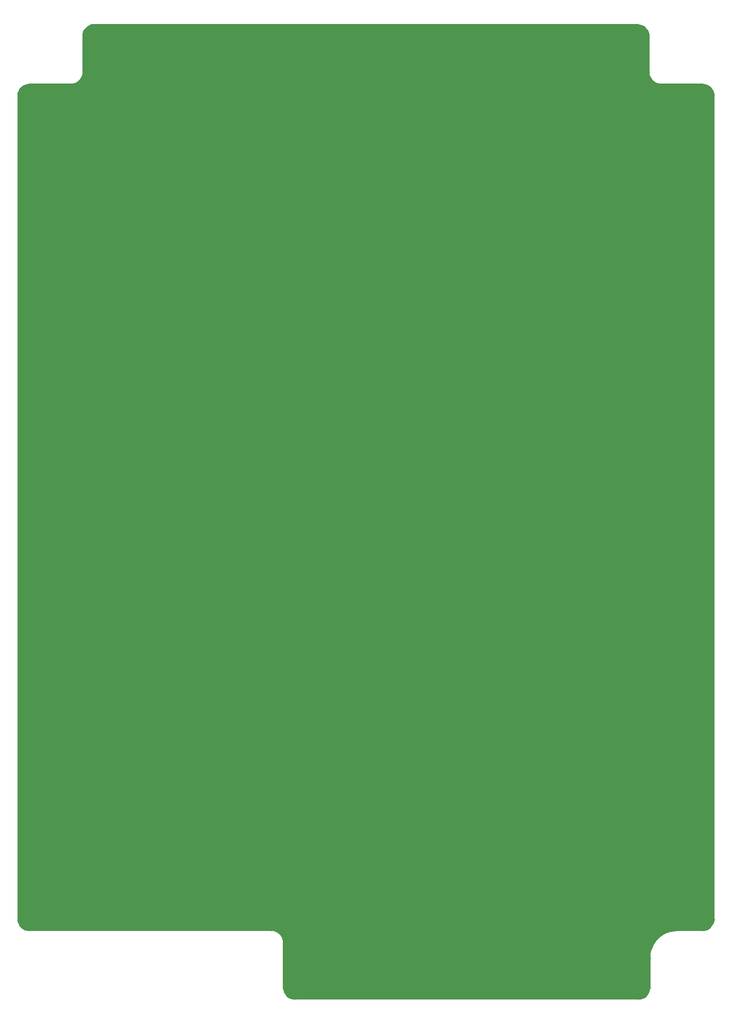
<source format=gbr>
G04 EAGLE Gerber RS-274X export*
G75*
%MOMM*%
%FSLAX34Y34*%
%LPD*%
%IN*%
%IPPOS*%
%AMOC8*
5,1,8,0,0,1.08239X$1,22.5*%
G01*
%ADD10C,0.001000*%

G36*
X1052340Y-4D02*
X1052340Y-4D01*
X1055469Y242D01*
X1055470Y242D01*
X1058521Y975D01*
X1058522Y975D01*
X1061421Y2176D01*
X1061422Y2176D01*
X1064098Y3816D01*
X1064098Y3817D01*
X1064098Y3816D01*
X1066485Y5855D01*
X1068524Y8242D01*
X1070164Y10918D01*
X1070164Y10919D01*
X1071365Y13818D01*
X1071365Y13819D01*
X1072098Y16870D01*
X1072098Y16871D01*
X1072344Y20000D01*
X1072344Y70006D01*
X1072738Y76006D01*
X1073911Y81904D01*
X1075844Y87598D01*
X1078503Y92991D01*
X1081844Y97991D01*
X1085808Y102512D01*
X1090329Y106476D01*
X1095329Y109817D01*
X1100722Y112476D01*
X1106416Y114409D01*
X1112314Y115582D01*
X1118314Y115976D01*
X1161128Y115976D01*
X1164257Y116222D01*
X1164258Y116222D01*
X1167309Y116955D01*
X1167310Y116955D01*
X1170209Y118156D01*
X1170210Y118156D01*
X1172886Y119796D01*
X1172886Y119797D01*
X1172886Y119796D01*
X1175273Y121835D01*
X1177312Y124222D01*
X1178952Y126898D01*
X1178952Y126899D01*
X1180153Y129798D01*
X1180153Y129799D01*
X1180886Y132850D01*
X1180886Y132851D01*
X1181132Y135980D01*
X1181132Y1530000D01*
X1180886Y1533129D01*
X1180886Y1533130D01*
X1180153Y1536181D01*
X1180153Y1536182D01*
X1178952Y1539081D01*
X1178952Y1539082D01*
X1177312Y1541758D01*
X1175273Y1544145D01*
X1172886Y1546184D01*
X1170210Y1547824D01*
X1170209Y1547824D01*
X1167310Y1549025D01*
X1167309Y1549025D01*
X1164258Y1549758D01*
X1164257Y1549758D01*
X1161128Y1550004D01*
X1091128Y1550004D01*
X1088000Y1550250D01*
X1084949Y1550983D01*
X1082050Y1552184D01*
X1079375Y1553823D01*
X1076989Y1555861D01*
X1074951Y1558247D01*
X1073312Y1560922D01*
X1072111Y1563821D01*
X1071378Y1566872D01*
X1071132Y1570000D01*
X1071132Y1630032D01*
X1070956Y1633241D01*
X1070280Y1636383D01*
X1069122Y1639380D01*
X1069121Y1639380D01*
X1069122Y1639381D01*
X1067509Y1642160D01*
X1067508Y1642160D01*
X1067509Y1642161D01*
X1065481Y1644653D01*
X1065481Y1644654D01*
X1063089Y1646799D01*
X1063088Y1646799D01*
X1063088Y1646800D01*
X1060390Y1648545D01*
X1060390Y1648544D01*
X1060390Y1648545D01*
X1057452Y1649847D01*
X1057451Y1649846D01*
X1057451Y1649847D01*
X1054346Y1650673D01*
X1051149Y1651004D01*
X130021Y1651004D01*
X126889Y1650762D01*
X123834Y1650032D01*
X123833Y1650032D01*
X120931Y1648833D01*
X120930Y1648833D01*
X118251Y1647194D01*
X118251Y1647193D01*
X118250Y1647194D01*
X115861Y1645155D01*
X115860Y1645155D01*
X113819Y1642768D01*
X113819Y1642767D01*
X112177Y1640090D01*
X112177Y1640089D01*
X110975Y1637188D01*
X110975Y1637187D01*
X110242Y1634133D01*
X110241Y1634132D01*
X109996Y1631001D01*
X109996Y1570000D01*
X109750Y1566872D01*
X109017Y1563821D01*
X107816Y1560922D01*
X106177Y1558247D01*
X104139Y1555861D01*
X101753Y1553823D01*
X99078Y1552184D01*
X96179Y1550983D01*
X93128Y1550250D01*
X90000Y1550004D01*
X20000Y1550004D01*
X16871Y1549758D01*
X16870Y1549758D01*
X13819Y1549025D01*
X13818Y1549025D01*
X10919Y1547824D01*
X10918Y1547824D01*
X8242Y1546184D01*
X5855Y1544145D01*
X3816Y1541758D01*
X2176Y1539082D01*
X2176Y1539081D01*
X975Y1536182D01*
X975Y1536181D01*
X242Y1533130D01*
X242Y1533129D01*
X-4Y1530000D01*
X-4Y136000D01*
X242Y132871D01*
X242Y132870D01*
X975Y129819D01*
X975Y129818D01*
X2176Y126919D01*
X2176Y126918D01*
X3816Y124242D01*
X3817Y124242D01*
X3816Y124242D01*
X5855Y121855D01*
X8242Y119816D01*
X10918Y118176D01*
X10919Y118176D01*
X13818Y116975D01*
X13819Y116975D01*
X16870Y116242D01*
X16871Y116242D01*
X20000Y115996D01*
X430000Y115996D01*
X433128Y115750D01*
X436179Y115017D01*
X439078Y113816D01*
X441753Y112177D01*
X444139Y110139D01*
X446177Y107753D01*
X447816Y105078D01*
X449017Y102179D01*
X449750Y99128D01*
X449996Y96000D01*
X449996Y20000D01*
X450242Y16871D01*
X450242Y16870D01*
X450975Y13819D01*
X450975Y13818D01*
X452176Y10919D01*
X452176Y10918D01*
X453816Y8242D01*
X453817Y8242D01*
X453816Y8242D01*
X455855Y5855D01*
X458242Y3816D01*
X460918Y2176D01*
X460919Y2176D01*
X463818Y975D01*
X463819Y975D01*
X466870Y242D01*
X466871Y242D01*
X470000Y-4D01*
X1052340Y-4D01*
X1052340Y-4D01*
G37*
D10*
X1161128Y115918D02*
X1161142Y115920D01*
X1161155Y115924D01*
X1161167Y115932D01*
X1161177Y115942D01*
X1161185Y115954D01*
X1161189Y115967D01*
X1161191Y115981D01*
X1161189Y115995D01*
X1161185Y116008D01*
X1161177Y116020D01*
X1161167Y116030D01*
X1161155Y116038D01*
X1161142Y116042D01*
X1161128Y116044D01*
X1118314Y116044D02*
X1118300Y116042D01*
X1118287Y116038D01*
X1118275Y116030D01*
X1118265Y116020D01*
X1118257Y116008D01*
X1118253Y115995D01*
X1118251Y115981D01*
X1118253Y115967D01*
X1118257Y115954D01*
X1118265Y115942D01*
X1118275Y115932D01*
X1118287Y115924D01*
X1118300Y115920D01*
X1118314Y115918D01*
X1161128Y116044D02*
X1161114Y116042D01*
X1161101Y116038D01*
X1161089Y116030D01*
X1161079Y116020D01*
X1161071Y116008D01*
X1161067Y115995D01*
X1161065Y115981D01*
X1161067Y115967D01*
X1161071Y115954D01*
X1161079Y115942D01*
X1161089Y115932D01*
X1161101Y115924D01*
X1161114Y115920D01*
X1161128Y115918D01*
X1181066Y135980D02*
X1181068Y135994D01*
X1181072Y136007D01*
X1181080Y136019D01*
X1181090Y136029D01*
X1181102Y136037D01*
X1181115Y136041D01*
X1181129Y136043D01*
X1181143Y136041D01*
X1181156Y136037D01*
X1181168Y136029D01*
X1181178Y136019D01*
X1181186Y136007D01*
X1181190Y135994D01*
X1181192Y135980D01*
X1181192Y1530000D02*
X1181190Y1530014D01*
X1181186Y1530027D01*
X1181178Y1530039D01*
X1181168Y1530049D01*
X1181156Y1530057D01*
X1181143Y1530061D01*
X1181129Y1530063D01*
X1181115Y1530061D01*
X1181102Y1530057D01*
X1181090Y1530049D01*
X1181080Y1530039D01*
X1181072Y1530027D01*
X1181068Y1530014D01*
X1181066Y1530000D01*
X1181066Y135980D02*
X1181068Y135966D01*
X1181072Y135953D01*
X1181080Y135941D01*
X1181090Y135931D01*
X1181102Y135923D01*
X1181115Y135919D01*
X1181129Y135917D01*
X1181143Y135919D01*
X1181156Y135923D01*
X1181168Y135931D01*
X1181178Y135941D01*
X1181186Y135953D01*
X1181190Y135966D01*
X1181192Y135980D01*
X1181066Y1530000D02*
X1181068Y1529986D01*
X1181072Y1529973D01*
X1181080Y1529961D01*
X1181090Y1529951D01*
X1181102Y1529943D01*
X1181115Y1529939D01*
X1181129Y1529937D01*
X1181143Y1529939D01*
X1181156Y1529943D01*
X1181168Y1529951D01*
X1181178Y1529961D01*
X1181186Y1529973D01*
X1181190Y1529986D01*
X1181192Y1530000D01*
X1161128Y1549938D02*
X1161113Y1549940D01*
X1161099Y1549945D01*
X1161087Y1549954D01*
X1161077Y1549965D01*
X1161070Y1549978D01*
X1161066Y1549993D01*
X1161066Y1550007D01*
X1161070Y1550022D01*
X1161077Y1550035D01*
X1161087Y1550046D01*
X1161099Y1550055D01*
X1161113Y1550060D01*
X1161128Y1550062D01*
X1091128Y1550062D02*
X1091113Y1550060D01*
X1091099Y1550055D01*
X1091087Y1550046D01*
X1091077Y1550035D01*
X1091070Y1550022D01*
X1091066Y1550007D01*
X1091066Y1549993D01*
X1091070Y1549978D01*
X1091077Y1549965D01*
X1091087Y1549954D01*
X1091099Y1549945D01*
X1091113Y1549940D01*
X1091128Y1549938D01*
X1161128Y1549938D02*
X1161143Y1549940D01*
X1161157Y1549945D01*
X1161169Y1549954D01*
X1161179Y1549965D01*
X1161186Y1549978D01*
X1161190Y1549993D01*
X1161190Y1550007D01*
X1161186Y1550022D01*
X1161179Y1550035D01*
X1161169Y1550046D01*
X1161157Y1550055D01*
X1161143Y1550060D01*
X1161128Y1550062D01*
X1071192Y1570000D02*
X1071190Y1570014D01*
X1071186Y1570027D01*
X1071178Y1570039D01*
X1071168Y1570049D01*
X1071156Y1570057D01*
X1071143Y1570061D01*
X1071129Y1570063D01*
X1071115Y1570061D01*
X1071102Y1570057D01*
X1071090Y1570049D01*
X1071080Y1570039D01*
X1071072Y1570027D01*
X1071068Y1570014D01*
X1071066Y1570000D01*
X1091128Y1550062D02*
X1091143Y1550060D01*
X1091157Y1550055D01*
X1091169Y1550046D01*
X1091179Y1550035D01*
X1091186Y1550022D01*
X1091190Y1550007D01*
X1091190Y1549993D01*
X1091186Y1549978D01*
X1091179Y1549965D01*
X1091169Y1549954D01*
X1091157Y1549945D01*
X1091143Y1549940D01*
X1091128Y1549938D01*
X1071191Y1630032D02*
X1071189Y1630047D01*
X1071184Y1630061D01*
X1071175Y1630074D01*
X1071164Y1630084D01*
X1071151Y1630091D01*
X1071136Y1630094D01*
X1071121Y1630095D01*
X1071106Y1630091D01*
X1071093Y1630084D01*
X1071081Y1630074D01*
X1071073Y1630062D01*
X1071067Y1630048D01*
X1071065Y1630033D01*
X1071066Y1630034D02*
X1071066Y1630032D01*
X1071066Y1570000D02*
X1071068Y1569986D01*
X1071072Y1569973D01*
X1071080Y1569961D01*
X1071090Y1569951D01*
X1071102Y1569943D01*
X1071115Y1569939D01*
X1071129Y1569937D01*
X1071143Y1569939D01*
X1071156Y1569943D01*
X1071168Y1569951D01*
X1071178Y1569961D01*
X1071186Y1569973D01*
X1071190Y1569986D01*
X1071192Y1570000D01*
X1071192Y1630030D02*
X1071190Y1630017D01*
X1071185Y1630003D01*
X1071177Y1629992D01*
X1071167Y1629982D01*
X1071155Y1629975D01*
X1071142Y1629970D01*
X1071127Y1629969D01*
X1071114Y1629971D01*
X1071100Y1629976D01*
X1071089Y1629984D01*
X1071079Y1629994D01*
X1071072Y1630006D01*
X1071067Y1630019D01*
X1071066Y1630034D01*
X1051149Y1650938D02*
X1051134Y1650940D01*
X1051120Y1650946D01*
X1051108Y1650955D01*
X1051098Y1650966D01*
X1051092Y1650979D01*
X1051088Y1650994D01*
X1051089Y1651009D01*
X1051093Y1651023D01*
X1051100Y1651036D01*
X1051110Y1651047D01*
X1051123Y1651056D01*
X1051137Y1651061D01*
X1051151Y1651062D01*
X130021Y1651062D02*
X130006Y1651060D01*
X129992Y1651055D01*
X129980Y1651046D01*
X129970Y1651035D01*
X129963Y1651022D01*
X129959Y1651007D01*
X129959Y1650993D01*
X129963Y1650978D01*
X129970Y1650965D01*
X129980Y1650954D01*
X129992Y1650945D01*
X130006Y1650940D01*
X130021Y1650938D01*
X1051149Y1650938D02*
X1051164Y1650940D01*
X1051178Y1650945D01*
X1051190Y1650954D01*
X1051200Y1650965D01*
X1051207Y1650978D01*
X1051211Y1650993D01*
X1051211Y1651007D01*
X1051207Y1651022D01*
X1051200Y1651035D01*
X1051190Y1651046D01*
X1051178Y1651055D01*
X1051164Y1651060D01*
X1051149Y1651062D01*
X130021Y1650938D02*
X130036Y1650940D01*
X130050Y1650945D01*
X130062Y1650954D01*
X130072Y1650965D01*
X130079Y1650978D01*
X130083Y1650993D01*
X130083Y1651007D01*
X130079Y1651022D01*
X130072Y1651035D01*
X130062Y1651046D01*
X130050Y1651055D01*
X130036Y1651060D01*
X130021Y1651062D01*
X110062Y1631001D02*
X110060Y1630986D01*
X110055Y1630972D01*
X110046Y1630960D01*
X110035Y1630950D01*
X110022Y1630943D01*
X110007Y1630939D01*
X109993Y1630939D01*
X109978Y1630943D01*
X109965Y1630950D01*
X109954Y1630960D01*
X109945Y1630972D01*
X109940Y1630986D01*
X109938Y1631001D01*
X109938Y1570000D02*
X109940Y1569985D01*
X109945Y1569971D01*
X109954Y1569959D01*
X109965Y1569949D01*
X109978Y1569942D01*
X109993Y1569938D01*
X110007Y1569938D01*
X110022Y1569942D01*
X110035Y1569949D01*
X110046Y1569959D01*
X110055Y1569971D01*
X110060Y1569985D01*
X110062Y1570000D01*
X110062Y1631001D02*
X110060Y1631016D01*
X110055Y1631030D01*
X110046Y1631042D01*
X110035Y1631052D01*
X110022Y1631059D01*
X110007Y1631063D01*
X109993Y1631063D01*
X109978Y1631059D01*
X109965Y1631052D01*
X109954Y1631042D01*
X109945Y1631030D01*
X109940Y1631016D01*
X109938Y1631001D01*
X90000Y1550062D02*
X89985Y1550060D01*
X89971Y1550055D01*
X89959Y1550046D01*
X89949Y1550035D01*
X89942Y1550022D01*
X89938Y1550007D01*
X89938Y1549993D01*
X89942Y1549978D01*
X89949Y1549965D01*
X89959Y1549954D01*
X89971Y1549945D01*
X89985Y1549940D01*
X90000Y1549938D01*
X109938Y1570000D02*
X109940Y1570015D01*
X109945Y1570029D01*
X109954Y1570041D01*
X109965Y1570051D01*
X109978Y1570058D01*
X109993Y1570062D01*
X110007Y1570062D01*
X110022Y1570058D01*
X110035Y1570051D01*
X110046Y1570041D01*
X110055Y1570029D01*
X110060Y1570015D01*
X110062Y1570000D01*
X20000Y1550062D02*
X19985Y1550060D01*
X19971Y1550055D01*
X19959Y1550046D01*
X19949Y1550035D01*
X19942Y1550022D01*
X19938Y1550007D01*
X19938Y1549993D01*
X19942Y1549978D01*
X19949Y1549965D01*
X19959Y1549954D01*
X19971Y1549945D01*
X19985Y1549940D01*
X20000Y1549938D01*
X90000Y1549938D02*
X90015Y1549940D01*
X90029Y1549945D01*
X90041Y1549954D01*
X90051Y1549965D01*
X90058Y1549978D01*
X90062Y1549993D01*
X90062Y1550007D01*
X90058Y1550022D01*
X90051Y1550035D01*
X90041Y1550046D01*
X90029Y1550055D01*
X90015Y1550060D01*
X90000Y1550062D01*
X20000Y1549938D02*
X20015Y1549940D01*
X20029Y1549945D01*
X20041Y1549954D01*
X20051Y1549965D01*
X20058Y1549978D01*
X20062Y1549993D01*
X20062Y1550007D01*
X20058Y1550022D01*
X20051Y1550035D01*
X20041Y1550046D01*
X20029Y1550055D01*
X20015Y1550060D01*
X20000Y1550062D01*
X63Y1530000D02*
X61Y1529986D01*
X57Y1529973D01*
X49Y1529961D01*
X39Y1529951D01*
X27Y1529943D01*
X14Y1529939D01*
X0Y1529937D01*
X-14Y1529939D01*
X-27Y1529943D01*
X-39Y1529951D01*
X-49Y1529961D01*
X-57Y1529973D01*
X-61Y1529986D01*
X-63Y1530000D01*
X-63Y136000D02*
X-61Y135986D01*
X-57Y135973D01*
X-49Y135961D01*
X-39Y135951D01*
X-27Y135943D01*
X-14Y135939D01*
X0Y135937D01*
X14Y135939D01*
X27Y135943D01*
X39Y135951D01*
X49Y135961D01*
X57Y135973D01*
X61Y135986D01*
X63Y136000D01*
X63Y1530000D02*
X61Y1530014D01*
X57Y1530027D01*
X49Y1530039D01*
X39Y1530049D01*
X27Y1530057D01*
X14Y1530061D01*
X0Y1530063D01*
X-14Y1530061D01*
X-27Y1530057D01*
X-39Y1530049D01*
X-49Y1530039D01*
X-57Y1530027D01*
X-61Y1530014D01*
X-63Y1530000D01*
X63Y136000D02*
X61Y136014D01*
X57Y136027D01*
X49Y136039D01*
X39Y136049D01*
X27Y136057D01*
X14Y136061D01*
X0Y136063D01*
X-14Y136061D01*
X-27Y136057D01*
X-39Y136049D01*
X-49Y136039D01*
X-57Y136027D01*
X-61Y136014D01*
X-63Y136000D01*
X20000Y116064D02*
X20014Y116062D01*
X20027Y116058D01*
X20039Y116050D01*
X20049Y116040D01*
X20057Y116028D01*
X20061Y116015D01*
X20063Y116001D01*
X20061Y115987D01*
X20057Y115974D01*
X20049Y115962D01*
X20039Y115952D01*
X20027Y115944D01*
X20014Y115940D01*
X20000Y115938D01*
X430000Y115938D02*
X430014Y115940D01*
X430027Y115944D01*
X430039Y115952D01*
X430049Y115962D01*
X430057Y115974D01*
X430061Y115987D01*
X430063Y116001D01*
X430061Y116015D01*
X430057Y116028D01*
X430049Y116040D01*
X430039Y116050D01*
X430027Y116058D01*
X430014Y116062D01*
X430000Y116064D01*
X20000Y116064D02*
X19986Y116062D01*
X19973Y116058D01*
X19961Y116050D01*
X19951Y116040D01*
X19943Y116028D01*
X19939Y116015D01*
X19937Y116001D01*
X19939Y115987D01*
X19943Y115974D01*
X19951Y115962D01*
X19961Y115952D01*
X19973Y115944D01*
X19986Y115940D01*
X20000Y115938D01*
X449937Y96000D02*
X449939Y95986D01*
X449943Y95973D01*
X449951Y95961D01*
X449961Y95951D01*
X449973Y95943D01*
X449986Y95939D01*
X450000Y95937D01*
X450014Y95939D01*
X450027Y95943D01*
X450039Y95951D01*
X450049Y95961D01*
X450057Y95973D01*
X450061Y95986D01*
X450063Y96000D01*
X430000Y115938D02*
X429986Y115940D01*
X429973Y115944D01*
X429961Y115952D01*
X429951Y115962D01*
X429943Y115974D01*
X429939Y115987D01*
X429937Y116001D01*
X429939Y116015D01*
X429943Y116028D01*
X429951Y116040D01*
X429961Y116050D01*
X429973Y116058D01*
X429986Y116062D01*
X430000Y116064D01*
X449937Y20000D02*
X449939Y19986D01*
X449943Y19973D01*
X449951Y19961D01*
X449961Y19951D01*
X449973Y19943D01*
X449986Y19939D01*
X450000Y19937D01*
X450014Y19939D01*
X450027Y19943D01*
X450039Y19951D01*
X450049Y19961D01*
X450057Y19973D01*
X450061Y19986D01*
X450063Y20000D01*
X450063Y96000D02*
X450061Y96014D01*
X450057Y96027D01*
X450049Y96039D01*
X450039Y96049D01*
X450027Y96057D01*
X450014Y96061D01*
X450000Y96063D01*
X449986Y96061D01*
X449973Y96057D01*
X449961Y96049D01*
X449951Y96039D01*
X449943Y96027D01*
X449939Y96014D01*
X449937Y96000D01*
X450063Y20000D02*
X450061Y20014D01*
X450057Y20027D01*
X450049Y20039D01*
X450039Y20049D01*
X450027Y20057D01*
X450014Y20061D01*
X450000Y20063D01*
X449986Y20061D01*
X449973Y20057D01*
X449961Y20049D01*
X449951Y20039D01*
X449943Y20027D01*
X449939Y20014D01*
X449937Y20000D01*
X470000Y63D02*
X470014Y61D01*
X470027Y57D01*
X470039Y49D01*
X470049Y39D01*
X470057Y27D01*
X470061Y14D01*
X470063Y0D01*
X470061Y-14D01*
X470057Y-27D01*
X470049Y-39D01*
X470039Y-49D01*
X470027Y-57D01*
X470014Y-61D01*
X470000Y-63D01*
X1052340Y-63D02*
X1052354Y-61D01*
X1052367Y-57D01*
X1052379Y-49D01*
X1052389Y-39D01*
X1052397Y-27D01*
X1052401Y-14D01*
X1052403Y0D01*
X1052401Y14D01*
X1052397Y27D01*
X1052389Y39D01*
X1052379Y49D01*
X1052367Y57D01*
X1052354Y61D01*
X1052340Y63D01*
X470000Y63D02*
X469986Y61D01*
X469973Y57D01*
X469961Y49D01*
X469951Y39D01*
X469943Y27D01*
X469939Y14D01*
X469937Y0D01*
X469939Y-14D01*
X469943Y-27D01*
X469951Y-39D01*
X469961Y-49D01*
X469973Y-57D01*
X469986Y-61D01*
X470000Y-63D01*
X1052340Y63D02*
X1052326Y61D01*
X1052313Y57D01*
X1052301Y49D01*
X1052291Y39D01*
X1052283Y27D01*
X1052279Y14D01*
X1052277Y0D01*
X1052279Y-14D01*
X1052283Y-27D01*
X1052291Y-39D01*
X1052301Y-49D01*
X1052313Y-57D01*
X1052326Y-61D01*
X1052340Y-63D01*
X1072278Y20000D02*
X1072280Y20014D01*
X1072284Y20027D01*
X1072292Y20039D01*
X1072302Y20049D01*
X1072314Y20057D01*
X1072327Y20061D01*
X1072341Y20063D01*
X1072355Y20061D01*
X1072368Y20057D01*
X1072380Y20049D01*
X1072390Y20039D01*
X1072398Y20027D01*
X1072402Y20014D01*
X1072404Y20000D01*
X1072404Y70006D02*
X1072402Y70020D01*
X1072398Y70033D01*
X1072390Y70045D01*
X1072380Y70055D01*
X1072368Y70063D01*
X1072355Y70067D01*
X1072341Y70069D01*
X1072327Y70067D01*
X1072314Y70063D01*
X1072302Y70055D01*
X1072292Y70045D01*
X1072284Y70033D01*
X1072280Y70020D01*
X1072278Y70006D01*
X1072278Y20000D02*
X1072280Y19986D01*
X1072284Y19973D01*
X1072292Y19961D01*
X1072302Y19951D01*
X1072314Y19943D01*
X1072327Y19939D01*
X1072341Y19937D01*
X1072355Y19939D01*
X1072368Y19943D01*
X1072380Y19951D01*
X1072390Y19961D01*
X1072398Y19973D01*
X1072402Y19986D01*
X1072404Y20000D01*
X1118314Y115918D02*
X1118328Y115920D01*
X1118341Y115924D01*
X1118353Y115932D01*
X1118363Y115942D01*
X1118371Y115954D01*
X1118375Y115967D01*
X1118377Y115981D01*
X1118375Y115995D01*
X1118371Y116008D01*
X1118363Y116020D01*
X1118353Y116030D01*
X1118341Y116038D01*
X1118328Y116042D01*
X1118314Y116044D01*
X1072404Y70006D02*
X1072402Y69992D01*
X1072398Y69979D01*
X1072390Y69967D01*
X1072380Y69957D01*
X1072368Y69949D01*
X1072355Y69945D01*
X1072341Y69943D01*
X1072327Y69945D01*
X1072314Y69949D01*
X1072302Y69957D01*
X1072292Y69967D01*
X1072284Y69979D01*
X1072280Y69992D01*
X1072278Y70006D01*
X150033Y141350D02*
X150420Y141355D01*
X150806Y141369D01*
X151192Y141392D01*
X151577Y141425D01*
X151961Y141468D01*
X152344Y141519D01*
X152726Y141580D01*
X153106Y141650D01*
X153485Y141730D01*
X153861Y141818D01*
X154235Y141916D01*
X154607Y142023D01*
X154975Y142139D01*
X155341Y142264D01*
X155704Y142397D01*
X156063Y142540D01*
X156419Y142691D01*
X156771Y142851D01*
X157119Y143019D01*
X157463Y143196D01*
X157803Y143381D01*
X158137Y143575D01*
X158467Y143776D01*
X158792Y143985D01*
X159112Y144203D01*
X159427Y144427D01*
X159735Y144660D01*
X160038Y144900D01*
X160336Y145147D01*
X160627Y145402D01*
X160911Y145663D01*
X161190Y145932D01*
X161461Y146207D01*
X161726Y146488D01*
X161984Y146776D01*
X162235Y147070D01*
X162479Y147370D01*
X162715Y147676D01*
X162944Y147988D01*
X163165Y148305D01*
X163378Y148628D01*
X163584Y148955D01*
X163781Y149288D01*
X163970Y149625D01*
X164151Y149966D01*
X164324Y150312D01*
X164488Y150662D01*
X164643Y151016D01*
X164790Y151374D01*
X164928Y151735D01*
X165058Y152099D01*
X165178Y152467D01*
X165289Y152837D01*
X165392Y153210D01*
X165485Y153585D01*
X165569Y153962D01*
X165644Y154342D01*
X165710Y154723D01*
X165766Y155105D01*
X165813Y155489D01*
X165850Y155874D01*
X165879Y156259D01*
X165897Y156645D01*
X165907Y157032D01*
X165907Y157418D01*
X165897Y157805D01*
X165879Y158191D01*
X165850Y158576D01*
X165813Y158961D01*
X165766Y159345D01*
X165710Y159727D01*
X165644Y160108D01*
X165569Y160488D01*
X165485Y160865D01*
X165392Y161240D01*
X165289Y161613D01*
X165178Y161983D01*
X165058Y162351D01*
X164928Y162715D01*
X164790Y163076D01*
X164643Y163434D01*
X164488Y163788D01*
X164324Y164138D01*
X164151Y164484D01*
X163970Y164825D01*
X163781Y165163D01*
X163584Y165495D01*
X163378Y165822D01*
X163165Y166145D01*
X162944Y166462D01*
X162715Y166774D01*
X162479Y167080D01*
X162235Y167380D01*
X161984Y167674D01*
X161726Y167962D01*
X161461Y168243D01*
X161190Y168518D01*
X160911Y168787D01*
X160627Y169048D01*
X160336Y169303D01*
X160038Y169550D01*
X159735Y169790D01*
X159427Y170023D01*
X159112Y170247D01*
X158792Y170465D01*
X158467Y170674D01*
X158137Y170875D01*
X157803Y171069D01*
X157463Y171254D01*
X157119Y171431D01*
X156771Y171599D01*
X156419Y171759D01*
X156063Y171910D01*
X155704Y172053D01*
X155341Y172186D01*
X154975Y172311D01*
X154607Y172427D01*
X154235Y172534D01*
X153861Y172632D01*
X153485Y172720D01*
X153106Y172800D01*
X152726Y172870D01*
X152344Y172931D01*
X151961Y172982D01*
X151577Y173025D01*
X151192Y173058D01*
X150806Y173081D01*
X150420Y173095D01*
X150033Y173100D01*
X149646Y173095D01*
X149260Y173081D01*
X148874Y173058D01*
X148489Y173025D01*
X148105Y172982D01*
X147722Y172931D01*
X147340Y172870D01*
X146960Y172800D01*
X146581Y172720D01*
X146205Y172632D01*
X145831Y172534D01*
X145459Y172427D01*
X145091Y172311D01*
X144725Y172186D01*
X144362Y172053D01*
X144003Y171910D01*
X143647Y171759D01*
X143295Y171599D01*
X142947Y171431D01*
X142603Y171254D01*
X142263Y171069D01*
X141929Y170875D01*
X141599Y170674D01*
X141274Y170465D01*
X140954Y170247D01*
X140639Y170023D01*
X140331Y169790D01*
X140028Y169550D01*
X139730Y169303D01*
X139439Y169048D01*
X139155Y168787D01*
X138876Y168518D01*
X138605Y168243D01*
X138340Y167962D01*
X138082Y167674D01*
X137831Y167380D01*
X137587Y167080D01*
X137351Y166774D01*
X137122Y166462D01*
X136901Y166145D01*
X136688Y165822D01*
X136482Y165495D01*
X136285Y165163D01*
X136096Y164825D01*
X135915Y164484D01*
X135742Y164138D01*
X135578Y163788D01*
X135423Y163434D01*
X135276Y163076D01*
X135138Y162715D01*
X135008Y162351D01*
X134888Y161983D01*
X134777Y161613D01*
X134674Y161240D01*
X134581Y160865D01*
X134497Y160488D01*
X134422Y160108D01*
X134356Y159727D01*
X134300Y159345D01*
X134253Y158961D01*
X134216Y158576D01*
X134187Y158191D01*
X134169Y157805D01*
X134159Y157418D01*
X134159Y157032D01*
X134169Y156645D01*
X134187Y156259D01*
X134216Y155874D01*
X134253Y155489D01*
X134300Y155105D01*
X134356Y154723D01*
X134422Y154342D01*
X134497Y153962D01*
X134581Y153585D01*
X134674Y153210D01*
X134777Y152837D01*
X134888Y152467D01*
X135008Y152099D01*
X135138Y151735D01*
X135276Y151374D01*
X135423Y151016D01*
X135578Y150662D01*
X135742Y150312D01*
X135915Y149966D01*
X136096Y149625D01*
X136285Y149287D01*
X136482Y148955D01*
X136688Y148628D01*
X136901Y148305D01*
X137122Y147988D01*
X137351Y147676D01*
X137587Y147370D01*
X137831Y147070D01*
X138082Y146776D01*
X138340Y146488D01*
X138605Y146207D01*
X138876Y145932D01*
X139155Y145663D01*
X139439Y145402D01*
X139730Y145147D01*
X140028Y144900D01*
X140331Y144660D01*
X140639Y144427D01*
X140954Y144203D01*
X141274Y143985D01*
X141599Y143776D01*
X141929Y143575D01*
X142263Y143381D01*
X142603Y143196D01*
X142947Y143019D01*
X143295Y142851D01*
X143647Y142691D01*
X144003Y142540D01*
X144362Y142397D01*
X144725Y142264D01*
X145091Y142139D01*
X145459Y142023D01*
X145831Y141916D01*
X146205Y141818D01*
X146581Y141730D01*
X146960Y141650D01*
X147340Y141580D01*
X147722Y141519D01*
X148105Y141468D01*
X148489Y141425D01*
X148874Y141392D01*
X149260Y141369D01*
X149646Y141355D01*
X150033Y141350D01*
X1030905Y141350D02*
X1031292Y141355D01*
X1031678Y141369D01*
X1032064Y141392D01*
X1032449Y141425D01*
X1032833Y141468D01*
X1033216Y141519D01*
X1033598Y141580D01*
X1033978Y141650D01*
X1034357Y141730D01*
X1034733Y141818D01*
X1035107Y141916D01*
X1035479Y142023D01*
X1035847Y142139D01*
X1036213Y142264D01*
X1036576Y142397D01*
X1036935Y142540D01*
X1037291Y142691D01*
X1037643Y142851D01*
X1037991Y143019D01*
X1038335Y143196D01*
X1038675Y143381D01*
X1039009Y143575D01*
X1039339Y143776D01*
X1039664Y143985D01*
X1039984Y144203D01*
X1040299Y144427D01*
X1040607Y144660D01*
X1040910Y144900D01*
X1041208Y145147D01*
X1041499Y145402D01*
X1041783Y145663D01*
X1042062Y145932D01*
X1042333Y146207D01*
X1042598Y146488D01*
X1042856Y146776D01*
X1043107Y147070D01*
X1043351Y147370D01*
X1043587Y147676D01*
X1043816Y147988D01*
X1044037Y148305D01*
X1044250Y148628D01*
X1044456Y148955D01*
X1044653Y149288D01*
X1044842Y149625D01*
X1045023Y149966D01*
X1045196Y150312D01*
X1045360Y150662D01*
X1045515Y151016D01*
X1045662Y151374D01*
X1045800Y151735D01*
X1045930Y152099D01*
X1046050Y152467D01*
X1046161Y152837D01*
X1046264Y153210D01*
X1046357Y153585D01*
X1046441Y153962D01*
X1046516Y154342D01*
X1046582Y154723D01*
X1046638Y155105D01*
X1046685Y155489D01*
X1046722Y155874D01*
X1046751Y156259D01*
X1046769Y156645D01*
X1046779Y157032D01*
X1046779Y157418D01*
X1046769Y157805D01*
X1046751Y158191D01*
X1046722Y158576D01*
X1046685Y158961D01*
X1046638Y159345D01*
X1046582Y159727D01*
X1046516Y160108D01*
X1046441Y160488D01*
X1046357Y160865D01*
X1046264Y161240D01*
X1046161Y161613D01*
X1046050Y161983D01*
X1045930Y162351D01*
X1045800Y162715D01*
X1045662Y163076D01*
X1045515Y163434D01*
X1045360Y163788D01*
X1045196Y164138D01*
X1045023Y164484D01*
X1044842Y164825D01*
X1044653Y165163D01*
X1044456Y165495D01*
X1044250Y165822D01*
X1044037Y166145D01*
X1043816Y166462D01*
X1043587Y166774D01*
X1043351Y167080D01*
X1043107Y167380D01*
X1042856Y167674D01*
X1042598Y167962D01*
X1042333Y168243D01*
X1042062Y168518D01*
X1041783Y168787D01*
X1041499Y169048D01*
X1041208Y169303D01*
X1040910Y169550D01*
X1040607Y169790D01*
X1040299Y170023D01*
X1039984Y170247D01*
X1039664Y170465D01*
X1039339Y170674D01*
X1039009Y170875D01*
X1038675Y171069D01*
X1038335Y171254D01*
X1037991Y171431D01*
X1037643Y171599D01*
X1037291Y171759D01*
X1036935Y171910D01*
X1036576Y172053D01*
X1036213Y172186D01*
X1035847Y172311D01*
X1035479Y172427D01*
X1035107Y172534D01*
X1034733Y172632D01*
X1034357Y172720D01*
X1033978Y172800D01*
X1033598Y172870D01*
X1033216Y172931D01*
X1032833Y172982D01*
X1032449Y173025D01*
X1032064Y173058D01*
X1031678Y173081D01*
X1031292Y173095D01*
X1030905Y173100D01*
X1030518Y173095D01*
X1030132Y173081D01*
X1029746Y173058D01*
X1029361Y173025D01*
X1028977Y172982D01*
X1028594Y172931D01*
X1028212Y172870D01*
X1027832Y172800D01*
X1027453Y172720D01*
X1027077Y172632D01*
X1026703Y172534D01*
X1026331Y172427D01*
X1025963Y172311D01*
X1025597Y172186D01*
X1025234Y172053D01*
X1024875Y171910D01*
X1024519Y171759D01*
X1024167Y171599D01*
X1023819Y171431D01*
X1023475Y171254D01*
X1023135Y171069D01*
X1022801Y170875D01*
X1022471Y170674D01*
X1022146Y170465D01*
X1021826Y170247D01*
X1021511Y170023D01*
X1021203Y169790D01*
X1020900Y169550D01*
X1020602Y169303D01*
X1020311Y169048D01*
X1020027Y168787D01*
X1019748Y168518D01*
X1019477Y168243D01*
X1019212Y167962D01*
X1018954Y167674D01*
X1018703Y167380D01*
X1018459Y167080D01*
X1018223Y166774D01*
X1017994Y166462D01*
X1017773Y166145D01*
X1017560Y165822D01*
X1017354Y165495D01*
X1017157Y165163D01*
X1016968Y164825D01*
X1016787Y164484D01*
X1016614Y164138D01*
X1016450Y163788D01*
X1016295Y163434D01*
X1016148Y163076D01*
X1016010Y162715D01*
X1015880Y162351D01*
X1015760Y161983D01*
X1015649Y161613D01*
X1015546Y161240D01*
X1015453Y160865D01*
X1015369Y160488D01*
X1015294Y160108D01*
X1015228Y159727D01*
X1015172Y159345D01*
X1015125Y158961D01*
X1015088Y158576D01*
X1015059Y158191D01*
X1015041Y157805D01*
X1015031Y157418D01*
X1015031Y157032D01*
X1015041Y156645D01*
X1015059Y156259D01*
X1015088Y155874D01*
X1015125Y155489D01*
X1015172Y155105D01*
X1015228Y154723D01*
X1015294Y154342D01*
X1015369Y153962D01*
X1015453Y153585D01*
X1015546Y153210D01*
X1015649Y152837D01*
X1015760Y152467D01*
X1015880Y152099D01*
X1016010Y151735D01*
X1016148Y151374D01*
X1016295Y151016D01*
X1016450Y150662D01*
X1016614Y150312D01*
X1016787Y149966D01*
X1016968Y149625D01*
X1017157Y149287D01*
X1017354Y148955D01*
X1017560Y148628D01*
X1017773Y148305D01*
X1017994Y147988D01*
X1018223Y147676D01*
X1018459Y147370D01*
X1018703Y147070D01*
X1018954Y146776D01*
X1019212Y146488D01*
X1019477Y146207D01*
X1019748Y145932D01*
X1020027Y145663D01*
X1020311Y145402D01*
X1020602Y145147D01*
X1020900Y144900D01*
X1021203Y144660D01*
X1021511Y144427D01*
X1021826Y144203D01*
X1022146Y143985D01*
X1022471Y143776D01*
X1022801Y143575D01*
X1023135Y143381D01*
X1023475Y143196D01*
X1023819Y143019D01*
X1024167Y142851D01*
X1024519Y142691D01*
X1024875Y142540D01*
X1025234Y142397D01*
X1025597Y142264D01*
X1025963Y142139D01*
X1026331Y142023D01*
X1026703Y141916D01*
X1027077Y141818D01*
X1027453Y141730D01*
X1027832Y141650D01*
X1028212Y141580D01*
X1028594Y141519D01*
X1028977Y141468D01*
X1029361Y141425D01*
X1029746Y141392D01*
X1030132Y141369D01*
X1030518Y141355D01*
X1030905Y141350D01*
X150033Y1593913D02*
X150420Y1593918D01*
X150806Y1593932D01*
X151192Y1593955D01*
X151577Y1593988D01*
X151961Y1594031D01*
X152344Y1594082D01*
X152726Y1594143D01*
X153106Y1594213D01*
X153485Y1594293D01*
X153861Y1594381D01*
X154235Y1594479D01*
X154607Y1594586D01*
X154975Y1594702D01*
X155341Y1594827D01*
X155704Y1594960D01*
X156063Y1595103D01*
X156419Y1595254D01*
X156771Y1595414D01*
X157119Y1595582D01*
X157463Y1595759D01*
X157803Y1595944D01*
X158137Y1596138D01*
X158467Y1596339D01*
X158792Y1596548D01*
X159112Y1596766D01*
X159427Y1596990D01*
X159735Y1597223D01*
X160038Y1597463D01*
X160336Y1597710D01*
X160627Y1597965D01*
X160911Y1598226D01*
X161190Y1598495D01*
X161461Y1598770D01*
X161726Y1599051D01*
X161984Y1599339D01*
X162235Y1599633D01*
X162479Y1599933D01*
X162715Y1600239D01*
X162944Y1600551D01*
X163165Y1600868D01*
X163378Y1601191D01*
X163584Y1601518D01*
X163781Y1601851D01*
X163970Y1602188D01*
X164151Y1602529D01*
X164324Y1602875D01*
X164488Y1603225D01*
X164643Y1603579D01*
X164790Y1603937D01*
X164928Y1604298D01*
X165058Y1604662D01*
X165178Y1605030D01*
X165289Y1605400D01*
X165392Y1605773D01*
X165485Y1606148D01*
X165569Y1606525D01*
X165644Y1606905D01*
X165710Y1607286D01*
X165766Y1607668D01*
X165813Y1608052D01*
X165850Y1608437D01*
X165879Y1608822D01*
X165897Y1609208D01*
X165907Y1609595D01*
X165907Y1609981D01*
X165897Y1610368D01*
X165879Y1610754D01*
X165850Y1611139D01*
X165813Y1611524D01*
X165766Y1611908D01*
X165710Y1612290D01*
X165644Y1612671D01*
X165569Y1613051D01*
X165485Y1613428D01*
X165392Y1613803D01*
X165289Y1614176D01*
X165178Y1614546D01*
X165058Y1614914D01*
X164928Y1615278D01*
X164790Y1615639D01*
X164643Y1615997D01*
X164488Y1616351D01*
X164324Y1616701D01*
X164151Y1617047D01*
X163970Y1617388D01*
X163781Y1617726D01*
X163584Y1618058D01*
X163378Y1618385D01*
X163165Y1618708D01*
X162944Y1619025D01*
X162715Y1619337D01*
X162479Y1619643D01*
X162235Y1619943D01*
X161984Y1620237D01*
X161726Y1620525D01*
X161461Y1620806D01*
X161190Y1621081D01*
X160911Y1621350D01*
X160627Y1621611D01*
X160336Y1621866D01*
X160038Y1622113D01*
X159735Y1622353D01*
X159427Y1622586D01*
X159112Y1622810D01*
X158792Y1623028D01*
X158467Y1623237D01*
X158137Y1623438D01*
X157803Y1623632D01*
X157463Y1623817D01*
X157119Y1623994D01*
X156771Y1624162D01*
X156419Y1624322D01*
X156063Y1624473D01*
X155704Y1624616D01*
X155341Y1624749D01*
X154975Y1624874D01*
X154607Y1624990D01*
X154235Y1625097D01*
X153861Y1625195D01*
X153485Y1625283D01*
X153106Y1625363D01*
X152726Y1625433D01*
X152344Y1625494D01*
X151961Y1625545D01*
X151577Y1625588D01*
X151192Y1625621D01*
X150806Y1625644D01*
X150420Y1625658D01*
X150033Y1625663D01*
X149646Y1625658D01*
X149260Y1625644D01*
X148874Y1625621D01*
X148489Y1625588D01*
X148105Y1625545D01*
X147722Y1625494D01*
X147340Y1625433D01*
X146960Y1625363D01*
X146581Y1625283D01*
X146205Y1625195D01*
X145831Y1625097D01*
X145459Y1624990D01*
X145091Y1624874D01*
X144725Y1624749D01*
X144362Y1624616D01*
X144003Y1624473D01*
X143647Y1624322D01*
X143295Y1624162D01*
X142947Y1623994D01*
X142603Y1623817D01*
X142263Y1623632D01*
X141929Y1623438D01*
X141599Y1623237D01*
X141274Y1623028D01*
X140954Y1622810D01*
X140639Y1622586D01*
X140331Y1622353D01*
X140028Y1622113D01*
X139730Y1621866D01*
X139439Y1621611D01*
X139155Y1621350D01*
X138876Y1621081D01*
X138605Y1620806D01*
X138340Y1620525D01*
X138082Y1620237D01*
X137831Y1619943D01*
X137587Y1619643D01*
X137351Y1619337D01*
X137122Y1619025D01*
X136901Y1618708D01*
X136688Y1618385D01*
X136482Y1618058D01*
X136285Y1617726D01*
X136096Y1617388D01*
X135915Y1617047D01*
X135742Y1616701D01*
X135578Y1616351D01*
X135423Y1615997D01*
X135276Y1615639D01*
X135138Y1615278D01*
X135008Y1614914D01*
X134888Y1614546D01*
X134777Y1614176D01*
X134674Y1613803D01*
X134581Y1613428D01*
X134497Y1613051D01*
X134422Y1612671D01*
X134356Y1612290D01*
X134300Y1611908D01*
X134253Y1611524D01*
X134216Y1611139D01*
X134187Y1610754D01*
X134169Y1610368D01*
X134159Y1609981D01*
X134159Y1609595D01*
X134169Y1609208D01*
X134187Y1608822D01*
X134216Y1608437D01*
X134253Y1608052D01*
X134300Y1607668D01*
X134356Y1607286D01*
X134422Y1606905D01*
X134497Y1606525D01*
X134581Y1606148D01*
X134674Y1605773D01*
X134777Y1605400D01*
X134888Y1605030D01*
X135008Y1604662D01*
X135138Y1604298D01*
X135276Y1603937D01*
X135423Y1603579D01*
X135578Y1603225D01*
X135742Y1602875D01*
X135915Y1602529D01*
X136096Y1602188D01*
X136285Y1601851D01*
X136482Y1601518D01*
X136688Y1601191D01*
X136901Y1600868D01*
X137122Y1600551D01*
X137351Y1600239D01*
X137587Y1599933D01*
X137831Y1599633D01*
X138082Y1599339D01*
X138340Y1599051D01*
X138605Y1598770D01*
X138876Y1598495D01*
X139155Y1598226D01*
X139439Y1597965D01*
X139730Y1597710D01*
X140028Y1597463D01*
X140331Y1597223D01*
X140639Y1596990D01*
X140954Y1596766D01*
X141274Y1596548D01*
X141599Y1596339D01*
X141929Y1596138D01*
X142263Y1595944D01*
X142603Y1595759D01*
X142947Y1595582D01*
X143295Y1595414D01*
X143647Y1595254D01*
X144003Y1595103D01*
X144362Y1594960D01*
X144725Y1594827D01*
X145091Y1594702D01*
X145459Y1594586D01*
X145831Y1594479D01*
X146205Y1594381D01*
X146581Y1594293D01*
X146960Y1594213D01*
X147340Y1594143D01*
X147722Y1594082D01*
X148105Y1594031D01*
X148489Y1593988D01*
X148874Y1593955D01*
X149260Y1593932D01*
X149646Y1593918D01*
X150033Y1593913D01*
X1030905Y1593913D02*
X1031292Y1593918D01*
X1031678Y1593932D01*
X1032064Y1593955D01*
X1032449Y1593988D01*
X1032833Y1594031D01*
X1033216Y1594082D01*
X1033598Y1594143D01*
X1033978Y1594213D01*
X1034357Y1594293D01*
X1034733Y1594381D01*
X1035107Y1594479D01*
X1035479Y1594586D01*
X1035847Y1594702D01*
X1036213Y1594827D01*
X1036576Y1594960D01*
X1036935Y1595103D01*
X1037291Y1595254D01*
X1037643Y1595414D01*
X1037991Y1595582D01*
X1038335Y1595759D01*
X1038675Y1595944D01*
X1039009Y1596138D01*
X1039339Y1596339D01*
X1039664Y1596548D01*
X1039984Y1596766D01*
X1040299Y1596990D01*
X1040607Y1597223D01*
X1040910Y1597463D01*
X1041208Y1597710D01*
X1041499Y1597965D01*
X1041783Y1598226D01*
X1042062Y1598495D01*
X1042333Y1598770D01*
X1042598Y1599051D01*
X1042856Y1599339D01*
X1043107Y1599633D01*
X1043351Y1599933D01*
X1043587Y1600239D01*
X1043816Y1600551D01*
X1044037Y1600868D01*
X1044250Y1601191D01*
X1044456Y1601518D01*
X1044653Y1601851D01*
X1044842Y1602188D01*
X1045023Y1602529D01*
X1045196Y1602875D01*
X1045360Y1603225D01*
X1045515Y1603579D01*
X1045662Y1603937D01*
X1045800Y1604298D01*
X1045930Y1604662D01*
X1046050Y1605030D01*
X1046161Y1605400D01*
X1046264Y1605773D01*
X1046357Y1606148D01*
X1046441Y1606525D01*
X1046516Y1606905D01*
X1046582Y1607286D01*
X1046638Y1607668D01*
X1046685Y1608052D01*
X1046722Y1608437D01*
X1046751Y1608822D01*
X1046769Y1609208D01*
X1046779Y1609595D01*
X1046779Y1609981D01*
X1046769Y1610368D01*
X1046751Y1610754D01*
X1046722Y1611139D01*
X1046685Y1611524D01*
X1046638Y1611908D01*
X1046582Y1612290D01*
X1046516Y1612671D01*
X1046441Y1613051D01*
X1046357Y1613428D01*
X1046264Y1613803D01*
X1046161Y1614176D01*
X1046050Y1614546D01*
X1045930Y1614914D01*
X1045800Y1615278D01*
X1045662Y1615639D01*
X1045515Y1615997D01*
X1045360Y1616351D01*
X1045196Y1616701D01*
X1045023Y1617047D01*
X1044842Y1617388D01*
X1044653Y1617726D01*
X1044456Y1618058D01*
X1044250Y1618385D01*
X1044037Y1618708D01*
X1043816Y1619025D01*
X1043587Y1619337D01*
X1043351Y1619643D01*
X1043107Y1619943D01*
X1042856Y1620237D01*
X1042598Y1620525D01*
X1042333Y1620806D01*
X1042062Y1621081D01*
X1041783Y1621350D01*
X1041499Y1621611D01*
X1041208Y1621866D01*
X1040910Y1622113D01*
X1040607Y1622353D01*
X1040299Y1622586D01*
X1039984Y1622810D01*
X1039664Y1623028D01*
X1039339Y1623237D01*
X1039009Y1623438D01*
X1038675Y1623632D01*
X1038335Y1623817D01*
X1037991Y1623994D01*
X1037643Y1624162D01*
X1037291Y1624322D01*
X1036935Y1624473D01*
X1036576Y1624616D01*
X1036213Y1624749D01*
X1035847Y1624874D01*
X1035479Y1624990D01*
X1035107Y1625097D01*
X1034733Y1625195D01*
X1034357Y1625283D01*
X1033978Y1625363D01*
X1033598Y1625433D01*
X1033216Y1625494D01*
X1032833Y1625545D01*
X1032449Y1625588D01*
X1032064Y1625621D01*
X1031678Y1625644D01*
X1031292Y1625658D01*
X1030905Y1625663D01*
X1030518Y1625658D01*
X1030132Y1625644D01*
X1029746Y1625621D01*
X1029361Y1625588D01*
X1028977Y1625545D01*
X1028594Y1625494D01*
X1028212Y1625433D01*
X1027832Y1625363D01*
X1027453Y1625283D01*
X1027077Y1625195D01*
X1026703Y1625097D01*
X1026331Y1624990D01*
X1025963Y1624874D01*
X1025597Y1624749D01*
X1025234Y1624616D01*
X1024875Y1624473D01*
X1024519Y1624322D01*
X1024167Y1624162D01*
X1023819Y1623994D01*
X1023475Y1623817D01*
X1023135Y1623632D01*
X1022801Y1623438D01*
X1022471Y1623237D01*
X1022146Y1623028D01*
X1021826Y1622810D01*
X1021511Y1622586D01*
X1021203Y1622353D01*
X1020900Y1622113D01*
X1020602Y1621866D01*
X1020311Y1621611D01*
X1020027Y1621350D01*
X1019748Y1621081D01*
X1019477Y1620806D01*
X1019212Y1620525D01*
X1018954Y1620237D01*
X1018703Y1619943D01*
X1018459Y1619643D01*
X1018223Y1619337D01*
X1017994Y1619025D01*
X1017773Y1618708D01*
X1017560Y1618385D01*
X1017354Y1618058D01*
X1017157Y1617726D01*
X1016968Y1617388D01*
X1016787Y1617047D01*
X1016614Y1616701D01*
X1016450Y1616351D01*
X1016295Y1615997D01*
X1016148Y1615639D01*
X1016010Y1615278D01*
X1015880Y1614914D01*
X1015760Y1614546D01*
X1015649Y1614176D01*
X1015546Y1613803D01*
X1015453Y1613428D01*
X1015369Y1613051D01*
X1015294Y1612671D01*
X1015228Y1612290D01*
X1015172Y1611908D01*
X1015125Y1611524D01*
X1015088Y1611139D01*
X1015059Y1610754D01*
X1015041Y1610368D01*
X1015031Y1609981D01*
X1015031Y1609595D01*
X1015041Y1609208D01*
X1015059Y1608822D01*
X1015088Y1608437D01*
X1015125Y1608052D01*
X1015172Y1607668D01*
X1015228Y1607286D01*
X1015294Y1606905D01*
X1015369Y1606525D01*
X1015453Y1606148D01*
X1015546Y1605773D01*
X1015649Y1605400D01*
X1015760Y1605030D01*
X1015880Y1604662D01*
X1016010Y1604298D01*
X1016148Y1603937D01*
X1016295Y1603579D01*
X1016450Y1603225D01*
X1016614Y1602875D01*
X1016787Y1602529D01*
X1016968Y1602188D01*
X1017157Y1601851D01*
X1017354Y1601518D01*
X1017560Y1601191D01*
X1017773Y1600868D01*
X1017994Y1600551D01*
X1018223Y1600239D01*
X1018459Y1599933D01*
X1018703Y1599633D01*
X1018954Y1599339D01*
X1019212Y1599051D01*
X1019477Y1598770D01*
X1019748Y1598495D01*
X1020027Y1598226D01*
X1020311Y1597965D01*
X1020602Y1597710D01*
X1020900Y1597463D01*
X1021203Y1597223D01*
X1021511Y1596990D01*
X1021826Y1596766D01*
X1022146Y1596548D01*
X1022471Y1596339D01*
X1022801Y1596138D01*
X1023135Y1595944D01*
X1023475Y1595759D01*
X1023819Y1595582D01*
X1024167Y1595414D01*
X1024519Y1595254D01*
X1024875Y1595103D01*
X1025234Y1594960D01*
X1025597Y1594827D01*
X1025963Y1594702D01*
X1026331Y1594586D01*
X1026703Y1594479D01*
X1027077Y1594381D01*
X1027453Y1594293D01*
X1027832Y1594213D01*
X1028212Y1594143D01*
X1028594Y1594082D01*
X1028977Y1594031D01*
X1029361Y1593988D01*
X1029746Y1593955D01*
X1030132Y1593932D01*
X1030518Y1593918D01*
X1030905Y1593913D01*
X622905Y327100D02*
X623292Y327095D01*
X623678Y327081D01*
X624064Y327058D01*
X624449Y327025D01*
X624833Y326982D01*
X625216Y326931D01*
X625598Y326870D01*
X625978Y326800D01*
X626357Y326720D01*
X626733Y326632D01*
X627107Y326534D01*
X627479Y326427D01*
X627847Y326311D01*
X628213Y326186D01*
X628576Y326053D01*
X628935Y325910D01*
X629291Y325759D01*
X629643Y325599D01*
X629991Y325431D01*
X630335Y325254D01*
X630675Y325069D01*
X631009Y324875D01*
X631339Y324674D01*
X631664Y324465D01*
X631984Y324247D01*
X632299Y324023D01*
X632607Y323790D01*
X632910Y323550D01*
X633208Y323303D01*
X633499Y323048D01*
X633783Y322787D01*
X634062Y322518D01*
X634333Y322243D01*
X634598Y321962D01*
X634856Y321674D01*
X635107Y321380D01*
X635351Y321080D01*
X635587Y320774D01*
X635816Y320462D01*
X636037Y320145D01*
X636250Y319822D01*
X636456Y319495D01*
X636653Y319163D01*
X636842Y318825D01*
X637023Y318484D01*
X637196Y318138D01*
X637360Y317788D01*
X637515Y317434D01*
X637662Y317076D01*
X637800Y316715D01*
X637930Y316351D01*
X638050Y315983D01*
X638161Y315613D01*
X638264Y315240D01*
X638357Y314865D01*
X638441Y314488D01*
X638516Y314108D01*
X638582Y313727D01*
X638638Y313345D01*
X638685Y312961D01*
X638722Y312576D01*
X638751Y312191D01*
X638769Y311805D01*
X638779Y311418D01*
X638779Y311032D01*
X638769Y310645D01*
X638751Y310259D01*
X638722Y309874D01*
X638685Y309489D01*
X638638Y309105D01*
X638582Y308723D01*
X638516Y308342D01*
X638441Y307962D01*
X638357Y307585D01*
X638264Y307210D01*
X638161Y306837D01*
X638050Y306467D01*
X637930Y306099D01*
X637800Y305735D01*
X637662Y305374D01*
X637515Y305016D01*
X637360Y304662D01*
X637196Y304312D01*
X637023Y303966D01*
X636842Y303625D01*
X636653Y303288D01*
X636456Y302955D01*
X636250Y302628D01*
X636037Y302305D01*
X635816Y301988D01*
X635587Y301676D01*
X635351Y301370D01*
X635107Y301070D01*
X634856Y300776D01*
X634598Y300488D01*
X634333Y300207D01*
X634062Y299932D01*
X633783Y299663D01*
X633499Y299402D01*
X633208Y299147D01*
X632910Y298900D01*
X632607Y298660D01*
X632299Y298427D01*
X631984Y298203D01*
X631664Y297985D01*
X631339Y297776D01*
X631009Y297575D01*
X630675Y297381D01*
X630335Y297196D01*
X629991Y297019D01*
X629643Y296851D01*
X629291Y296691D01*
X628935Y296540D01*
X628576Y296397D01*
X628213Y296264D01*
X627847Y296139D01*
X627479Y296023D01*
X627107Y295916D01*
X626733Y295818D01*
X626357Y295730D01*
X625978Y295650D01*
X625598Y295580D01*
X625216Y295519D01*
X624833Y295468D01*
X624449Y295425D01*
X624064Y295392D01*
X623678Y295369D01*
X623292Y295355D01*
X622905Y295350D01*
X622518Y295355D01*
X622132Y295369D01*
X621746Y295392D01*
X621361Y295425D01*
X620977Y295468D01*
X620594Y295519D01*
X620212Y295580D01*
X619832Y295650D01*
X619453Y295730D01*
X619077Y295818D01*
X618703Y295916D01*
X618331Y296023D01*
X617963Y296139D01*
X617597Y296264D01*
X617234Y296397D01*
X616875Y296540D01*
X616519Y296691D01*
X616167Y296851D01*
X615819Y297019D01*
X615475Y297196D01*
X615135Y297381D01*
X614801Y297575D01*
X614471Y297776D01*
X614146Y297985D01*
X613826Y298203D01*
X613511Y298427D01*
X613203Y298660D01*
X612900Y298900D01*
X612602Y299147D01*
X612311Y299402D01*
X612027Y299663D01*
X611748Y299932D01*
X611477Y300207D01*
X611212Y300488D01*
X610954Y300776D01*
X610703Y301070D01*
X610459Y301370D01*
X610223Y301676D01*
X609994Y301988D01*
X609773Y302305D01*
X609560Y302628D01*
X609354Y302955D01*
X609157Y303287D01*
X608968Y303625D01*
X608787Y303966D01*
X608614Y304312D01*
X608450Y304662D01*
X608295Y305016D01*
X608148Y305374D01*
X608010Y305735D01*
X607880Y306099D01*
X607760Y306467D01*
X607649Y306837D01*
X607546Y307210D01*
X607453Y307585D01*
X607369Y307962D01*
X607294Y308342D01*
X607228Y308723D01*
X607172Y309105D01*
X607125Y309489D01*
X607088Y309874D01*
X607059Y310259D01*
X607041Y310645D01*
X607031Y311032D01*
X607031Y311418D01*
X607041Y311805D01*
X607059Y312191D01*
X607088Y312576D01*
X607125Y312961D01*
X607172Y313345D01*
X607228Y313727D01*
X607294Y314108D01*
X607369Y314488D01*
X607453Y314865D01*
X607546Y315240D01*
X607649Y315613D01*
X607760Y315983D01*
X607880Y316351D01*
X608010Y316715D01*
X608148Y317076D01*
X608295Y317434D01*
X608450Y317788D01*
X608614Y318138D01*
X608787Y318484D01*
X608968Y318825D01*
X609157Y319163D01*
X609354Y319495D01*
X609560Y319822D01*
X609773Y320145D01*
X609994Y320462D01*
X610223Y320774D01*
X610459Y321080D01*
X610703Y321380D01*
X610954Y321674D01*
X611212Y321962D01*
X611477Y322243D01*
X611748Y322518D01*
X612027Y322787D01*
X612311Y323048D01*
X612602Y323303D01*
X612900Y323550D01*
X613203Y323790D01*
X613511Y324023D01*
X613826Y324247D01*
X614146Y324465D01*
X614471Y324674D01*
X614801Y324875D01*
X615135Y325069D01*
X615475Y325254D01*
X615819Y325431D01*
X616167Y325599D01*
X616519Y325759D01*
X616875Y325910D01*
X617234Y326053D01*
X617597Y326186D01*
X617963Y326311D01*
X618331Y326427D01*
X618703Y326534D01*
X619077Y326632D01*
X619453Y326720D01*
X619832Y326800D01*
X620212Y326870D01*
X620594Y326931D01*
X620977Y326982D01*
X621361Y327025D01*
X621746Y327058D01*
X622132Y327081D01*
X622518Y327095D01*
X622905Y327100D01*
X492015Y1561500D02*
X492017Y1561671D01*
X492023Y1561843D01*
X492034Y1562014D01*
X492049Y1562185D01*
X492068Y1562355D01*
X492091Y1562525D01*
X492118Y1562694D01*
X492149Y1562863D01*
X492185Y1563030D01*
X492224Y1563197D01*
X492268Y1563363D01*
X492316Y1563528D01*
X492368Y1563691D01*
X492423Y1563853D01*
X492483Y1564014D01*
X492547Y1564173D01*
X492614Y1564331D01*
X492686Y1564486D01*
X492761Y1564641D01*
X492840Y1564793D01*
X492922Y1564943D01*
X493009Y1565091D01*
X493099Y1565237D01*
X493192Y1565381D01*
X493289Y1565522D01*
X493390Y1565661D01*
X493493Y1565797D01*
X493601Y1565931D01*
X493711Y1566062D01*
X493824Y1566191D01*
X493941Y1566316D01*
X494061Y1566439D01*
X494184Y1566559D01*
X494309Y1566676D01*
X494438Y1566789D01*
X494569Y1566899D01*
X494703Y1567007D01*
X494839Y1567110D01*
X494978Y1567211D01*
X495119Y1567308D01*
X495263Y1567401D01*
X495409Y1567491D01*
X495557Y1567578D01*
X495707Y1567660D01*
X495859Y1567739D01*
X496014Y1567814D01*
X496169Y1567886D01*
X496327Y1567953D01*
X496486Y1568017D01*
X496647Y1568077D01*
X496809Y1568132D01*
X496972Y1568184D01*
X497137Y1568232D01*
X497303Y1568276D01*
X497470Y1568315D01*
X497637Y1568351D01*
X497806Y1568382D01*
X497975Y1568409D01*
X498145Y1568432D01*
X498315Y1568451D01*
X498486Y1568466D01*
X498657Y1568477D01*
X498829Y1568483D01*
X499000Y1568485D01*
X499171Y1568483D01*
X499343Y1568477D01*
X499514Y1568466D01*
X499685Y1568451D01*
X499855Y1568432D01*
X500025Y1568409D01*
X500194Y1568382D01*
X500363Y1568351D01*
X500530Y1568315D01*
X500697Y1568276D01*
X500863Y1568232D01*
X501028Y1568184D01*
X501191Y1568132D01*
X501353Y1568077D01*
X501514Y1568017D01*
X501673Y1567953D01*
X501831Y1567886D01*
X501986Y1567814D01*
X502141Y1567739D01*
X502293Y1567660D01*
X502443Y1567578D01*
X502591Y1567491D01*
X502737Y1567401D01*
X502881Y1567308D01*
X503022Y1567211D01*
X503161Y1567110D01*
X503297Y1567007D01*
X503431Y1566899D01*
X503562Y1566789D01*
X503691Y1566676D01*
X503816Y1566559D01*
X503939Y1566439D01*
X504059Y1566316D01*
X504176Y1566191D01*
X504289Y1566062D01*
X504399Y1565931D01*
X504507Y1565797D01*
X504610Y1565661D01*
X504711Y1565522D01*
X504808Y1565381D01*
X504901Y1565237D01*
X504991Y1565091D01*
X505078Y1564943D01*
X505160Y1564793D01*
X505239Y1564641D01*
X505314Y1564486D01*
X505386Y1564331D01*
X505453Y1564173D01*
X505517Y1564014D01*
X505577Y1563853D01*
X505632Y1563691D01*
X505684Y1563528D01*
X505732Y1563363D01*
X505776Y1563197D01*
X505815Y1563030D01*
X505851Y1562863D01*
X505882Y1562694D01*
X505909Y1562525D01*
X505932Y1562355D01*
X505951Y1562185D01*
X505966Y1562014D01*
X505977Y1561843D01*
X505983Y1561671D01*
X505985Y1561500D01*
X505983Y1561329D01*
X505977Y1561157D01*
X505966Y1560986D01*
X505951Y1560815D01*
X505932Y1560645D01*
X505909Y1560475D01*
X505882Y1560306D01*
X505851Y1560137D01*
X505815Y1559970D01*
X505776Y1559803D01*
X505732Y1559637D01*
X505684Y1559472D01*
X505632Y1559309D01*
X505577Y1559147D01*
X505517Y1558986D01*
X505453Y1558827D01*
X505386Y1558669D01*
X505314Y1558514D01*
X505239Y1558359D01*
X505160Y1558207D01*
X505078Y1558057D01*
X504991Y1557909D01*
X504901Y1557763D01*
X504808Y1557619D01*
X504711Y1557478D01*
X504610Y1557339D01*
X504507Y1557203D01*
X504399Y1557069D01*
X504289Y1556938D01*
X504176Y1556809D01*
X504059Y1556684D01*
X503939Y1556561D01*
X503816Y1556441D01*
X503691Y1556324D01*
X503562Y1556211D01*
X503431Y1556101D01*
X503297Y1555993D01*
X503161Y1555890D01*
X503022Y1555789D01*
X502881Y1555692D01*
X502737Y1555599D01*
X502591Y1555509D01*
X502443Y1555422D01*
X502293Y1555340D01*
X502141Y1555261D01*
X501986Y1555186D01*
X501831Y1555114D01*
X501673Y1555047D01*
X501514Y1554983D01*
X501353Y1554923D01*
X501191Y1554868D01*
X501028Y1554816D01*
X500863Y1554768D01*
X500697Y1554724D01*
X500530Y1554685D01*
X500363Y1554649D01*
X500194Y1554618D01*
X500025Y1554591D01*
X499855Y1554568D01*
X499685Y1554549D01*
X499514Y1554534D01*
X499343Y1554523D01*
X499171Y1554517D01*
X499000Y1554515D01*
X498829Y1554517D01*
X498657Y1554523D01*
X498486Y1554534D01*
X498315Y1554549D01*
X498145Y1554568D01*
X497975Y1554591D01*
X497806Y1554618D01*
X497637Y1554649D01*
X497470Y1554685D01*
X497303Y1554724D01*
X497137Y1554768D01*
X496972Y1554816D01*
X496809Y1554868D01*
X496647Y1554923D01*
X496486Y1554983D01*
X496327Y1555047D01*
X496169Y1555114D01*
X496014Y1555186D01*
X495859Y1555261D01*
X495707Y1555340D01*
X495557Y1555422D01*
X495409Y1555509D01*
X495263Y1555599D01*
X495119Y1555692D01*
X494978Y1555789D01*
X494839Y1555890D01*
X494703Y1555993D01*
X494569Y1556101D01*
X494438Y1556211D01*
X494309Y1556324D01*
X494184Y1556441D01*
X494061Y1556561D01*
X493941Y1556684D01*
X493824Y1556809D01*
X493711Y1556938D01*
X493601Y1557069D01*
X493493Y1557203D01*
X493390Y1557339D01*
X493289Y1557478D01*
X493192Y1557619D01*
X493099Y1557763D01*
X493009Y1557909D01*
X492922Y1558057D01*
X492840Y1558207D01*
X492761Y1558359D01*
X492686Y1558514D01*
X492614Y1558669D01*
X492547Y1558827D01*
X492483Y1558986D01*
X492423Y1559147D01*
X492368Y1559309D01*
X492316Y1559472D01*
X492268Y1559637D01*
X492224Y1559803D01*
X492185Y1559970D01*
X492149Y1560137D01*
X492118Y1560306D01*
X492091Y1560475D01*
X492068Y1560645D01*
X492049Y1560815D01*
X492034Y1560986D01*
X492023Y1561157D01*
X492017Y1561329D01*
X492015Y1561500D01*
X623450Y87060D02*
X623454Y87348D01*
X623464Y87637D01*
X623482Y87924D01*
X623507Y88212D01*
X623538Y88498D01*
X623577Y88784D01*
X623623Y89069D01*
X623676Y89352D01*
X623735Y89634D01*
X623802Y89915D01*
X623876Y90194D01*
X623956Y90471D01*
X624043Y90746D01*
X624137Y91018D01*
X624237Y91289D01*
X624344Y91557D01*
X624458Y91822D01*
X624578Y92084D01*
X624705Y92343D01*
X624837Y92599D01*
X624976Y92852D01*
X625122Y93101D01*
X625273Y93346D01*
X625430Y93588D01*
X625593Y93826D01*
X625762Y94059D01*
X625937Y94289D01*
X626117Y94514D01*
X626303Y94735D01*
X626494Y94951D01*
X626690Y95162D01*
X626891Y95369D01*
X627098Y95570D01*
X627309Y95766D01*
X627525Y95957D01*
X627746Y96143D01*
X627971Y96323D01*
X628201Y96498D01*
X628434Y96667D01*
X628672Y96830D01*
X628914Y96987D01*
X629159Y97138D01*
X629408Y97284D01*
X629661Y97423D01*
X629917Y97555D01*
X630176Y97682D01*
X630438Y97802D01*
X630703Y97916D01*
X630971Y98023D01*
X631242Y98123D01*
X631514Y98217D01*
X631789Y98304D01*
X632066Y98384D01*
X632345Y98458D01*
X632626Y98525D01*
X632908Y98584D01*
X633191Y98637D01*
X633476Y98683D01*
X633762Y98722D01*
X634048Y98753D01*
X634336Y98778D01*
X634623Y98796D01*
X634912Y98806D01*
X635200Y98810D01*
X635488Y98806D01*
X635777Y98796D01*
X636064Y98778D01*
X636352Y98753D01*
X636638Y98722D01*
X636924Y98683D01*
X637209Y98637D01*
X637492Y98584D01*
X637774Y98525D01*
X638055Y98458D01*
X638334Y98384D01*
X638611Y98304D01*
X638886Y98217D01*
X639158Y98123D01*
X639429Y98023D01*
X639697Y97916D01*
X639962Y97802D01*
X640224Y97682D01*
X640483Y97555D01*
X640739Y97423D01*
X640992Y97284D01*
X641241Y97138D01*
X641486Y96987D01*
X641728Y96830D01*
X641966Y96667D01*
X642199Y96498D01*
X642429Y96323D01*
X642654Y96143D01*
X642875Y95957D01*
X643091Y95766D01*
X643302Y95570D01*
X643509Y95369D01*
X643710Y95162D01*
X643906Y94951D01*
X644097Y94735D01*
X644283Y94514D01*
X644463Y94289D01*
X644638Y94059D01*
X644807Y93826D01*
X644970Y93588D01*
X645127Y93346D01*
X645278Y93101D01*
X645424Y92852D01*
X645563Y92599D01*
X645695Y92343D01*
X645822Y92084D01*
X645942Y91822D01*
X646056Y91557D01*
X646163Y91289D01*
X646263Y91018D01*
X646357Y90746D01*
X646444Y90471D01*
X646524Y90194D01*
X646598Y89915D01*
X646665Y89634D01*
X646724Y89352D01*
X646777Y89069D01*
X646823Y88784D01*
X646862Y88498D01*
X646893Y88212D01*
X646918Y87924D01*
X646936Y87637D01*
X646946Y87348D01*
X646950Y87060D01*
X646946Y86772D01*
X646936Y86483D01*
X646918Y86196D01*
X646893Y85908D01*
X646862Y85622D01*
X646823Y85336D01*
X646777Y85051D01*
X646724Y84768D01*
X646665Y84486D01*
X646598Y84205D01*
X646524Y83926D01*
X646444Y83649D01*
X646357Y83374D01*
X646263Y83102D01*
X646163Y82831D01*
X646056Y82563D01*
X645942Y82298D01*
X645822Y82036D01*
X645695Y81777D01*
X645563Y81521D01*
X645424Y81268D01*
X645278Y81019D01*
X645127Y80774D01*
X644970Y80532D01*
X644807Y80294D01*
X644638Y80061D01*
X644463Y79831D01*
X644283Y79606D01*
X644097Y79385D01*
X643906Y79169D01*
X643710Y78958D01*
X643509Y78751D01*
X643302Y78550D01*
X643091Y78354D01*
X642875Y78163D01*
X642654Y77977D01*
X642429Y77797D01*
X642199Y77622D01*
X641966Y77453D01*
X641728Y77290D01*
X641486Y77133D01*
X641241Y76982D01*
X640992Y76836D01*
X640739Y76697D01*
X640483Y76565D01*
X640224Y76438D01*
X639962Y76318D01*
X639697Y76204D01*
X639429Y76097D01*
X639158Y75997D01*
X638886Y75903D01*
X638611Y75816D01*
X638334Y75736D01*
X638055Y75662D01*
X637774Y75595D01*
X637492Y75536D01*
X637209Y75483D01*
X636924Y75437D01*
X636638Y75398D01*
X636352Y75367D01*
X636064Y75342D01*
X635777Y75324D01*
X635488Y75314D01*
X635200Y75310D01*
X634912Y75314D01*
X634623Y75324D01*
X634336Y75342D01*
X634048Y75367D01*
X633762Y75398D01*
X633476Y75437D01*
X633191Y75483D01*
X632908Y75536D01*
X632626Y75595D01*
X632345Y75662D01*
X632066Y75736D01*
X631789Y75816D01*
X631514Y75903D01*
X631242Y75997D01*
X630971Y76097D01*
X630703Y76204D01*
X630438Y76318D01*
X630176Y76438D01*
X629917Y76565D01*
X629661Y76697D01*
X629408Y76836D01*
X629159Y76982D01*
X628914Y77133D01*
X628672Y77290D01*
X628434Y77453D01*
X628201Y77622D01*
X627971Y77797D01*
X627746Y77977D01*
X627525Y78163D01*
X627309Y78354D01*
X627098Y78550D01*
X626891Y78751D01*
X626690Y78958D01*
X626494Y79169D01*
X626303Y79385D01*
X626117Y79606D01*
X625937Y79831D01*
X625762Y80061D01*
X625593Y80294D01*
X625430Y80532D01*
X625273Y80774D01*
X625122Y81019D01*
X624976Y81268D01*
X624837Y81521D01*
X624705Y81777D01*
X624578Y82036D01*
X624458Y82298D01*
X624344Y82563D01*
X624237Y82831D01*
X624137Y83102D01*
X624043Y83374D01*
X623956Y83649D01*
X623876Y83926D01*
X623802Y84205D01*
X623735Y84486D01*
X623676Y84768D01*
X623623Y85051D01*
X623577Y85336D01*
X623538Y85622D01*
X623507Y85908D01*
X623482Y86196D01*
X623464Y86483D01*
X623454Y86772D01*
X623450Y87060D01*
X473450Y87060D02*
X473454Y87348D01*
X473464Y87637D01*
X473482Y87924D01*
X473507Y88212D01*
X473538Y88498D01*
X473577Y88784D01*
X473623Y89069D01*
X473676Y89352D01*
X473735Y89634D01*
X473802Y89915D01*
X473876Y90194D01*
X473956Y90471D01*
X474043Y90746D01*
X474137Y91018D01*
X474237Y91289D01*
X474344Y91557D01*
X474458Y91822D01*
X474578Y92084D01*
X474705Y92343D01*
X474837Y92599D01*
X474976Y92852D01*
X475122Y93101D01*
X475273Y93346D01*
X475430Y93588D01*
X475593Y93826D01*
X475762Y94059D01*
X475937Y94289D01*
X476117Y94514D01*
X476303Y94735D01*
X476494Y94951D01*
X476690Y95162D01*
X476891Y95369D01*
X477098Y95570D01*
X477309Y95766D01*
X477525Y95957D01*
X477746Y96143D01*
X477971Y96323D01*
X478201Y96498D01*
X478434Y96667D01*
X478672Y96830D01*
X478914Y96987D01*
X479159Y97138D01*
X479408Y97284D01*
X479661Y97423D01*
X479917Y97555D01*
X480176Y97682D01*
X480438Y97802D01*
X480703Y97916D01*
X480971Y98023D01*
X481242Y98123D01*
X481514Y98217D01*
X481789Y98304D01*
X482066Y98384D01*
X482345Y98458D01*
X482626Y98525D01*
X482908Y98584D01*
X483191Y98637D01*
X483476Y98683D01*
X483762Y98722D01*
X484048Y98753D01*
X484336Y98778D01*
X484623Y98796D01*
X484912Y98806D01*
X485200Y98810D01*
X485488Y98806D01*
X485777Y98796D01*
X486064Y98778D01*
X486352Y98753D01*
X486638Y98722D01*
X486924Y98683D01*
X487209Y98637D01*
X487492Y98584D01*
X487774Y98525D01*
X488055Y98458D01*
X488334Y98384D01*
X488611Y98304D01*
X488886Y98217D01*
X489158Y98123D01*
X489429Y98023D01*
X489697Y97916D01*
X489962Y97802D01*
X490224Y97682D01*
X490483Y97555D01*
X490739Y97423D01*
X490992Y97284D01*
X491241Y97138D01*
X491486Y96987D01*
X491728Y96830D01*
X491966Y96667D01*
X492199Y96498D01*
X492429Y96323D01*
X492654Y96143D01*
X492875Y95957D01*
X493091Y95766D01*
X493302Y95570D01*
X493509Y95369D01*
X493710Y95162D01*
X493906Y94951D01*
X494097Y94735D01*
X494283Y94514D01*
X494463Y94289D01*
X494638Y94059D01*
X494807Y93826D01*
X494970Y93588D01*
X495127Y93346D01*
X495278Y93101D01*
X495424Y92852D01*
X495563Y92599D01*
X495695Y92343D01*
X495822Y92084D01*
X495942Y91822D01*
X496056Y91557D01*
X496163Y91289D01*
X496263Y91018D01*
X496357Y90746D01*
X496444Y90471D01*
X496524Y90194D01*
X496598Y89915D01*
X496665Y89634D01*
X496724Y89352D01*
X496777Y89069D01*
X496823Y88784D01*
X496862Y88498D01*
X496893Y88212D01*
X496918Y87924D01*
X496936Y87637D01*
X496946Y87348D01*
X496950Y87060D01*
X496946Y86772D01*
X496936Y86483D01*
X496918Y86196D01*
X496893Y85908D01*
X496862Y85622D01*
X496823Y85336D01*
X496777Y85051D01*
X496724Y84768D01*
X496665Y84486D01*
X496598Y84205D01*
X496524Y83926D01*
X496444Y83649D01*
X496357Y83374D01*
X496263Y83102D01*
X496163Y82831D01*
X496056Y82563D01*
X495942Y82298D01*
X495822Y82036D01*
X495695Y81777D01*
X495563Y81521D01*
X495424Y81268D01*
X495278Y81019D01*
X495127Y80774D01*
X494970Y80532D01*
X494807Y80294D01*
X494638Y80061D01*
X494463Y79831D01*
X494283Y79606D01*
X494097Y79385D01*
X493906Y79169D01*
X493710Y78958D01*
X493509Y78751D01*
X493302Y78550D01*
X493091Y78354D01*
X492875Y78163D01*
X492654Y77977D01*
X492429Y77797D01*
X492199Y77622D01*
X491966Y77453D01*
X491728Y77290D01*
X491486Y77133D01*
X491241Y76982D01*
X490992Y76836D01*
X490739Y76697D01*
X490483Y76565D01*
X490224Y76438D01*
X489962Y76318D01*
X489697Y76204D01*
X489429Y76097D01*
X489158Y75997D01*
X488886Y75903D01*
X488611Y75816D01*
X488334Y75736D01*
X488055Y75662D01*
X487774Y75595D01*
X487492Y75536D01*
X487209Y75483D01*
X486924Y75437D01*
X486638Y75398D01*
X486352Y75367D01*
X486064Y75342D01*
X485777Y75324D01*
X485488Y75314D01*
X485200Y75310D01*
X484912Y75314D01*
X484623Y75324D01*
X484336Y75342D01*
X484048Y75367D01*
X483762Y75398D01*
X483476Y75437D01*
X483191Y75483D01*
X482908Y75536D01*
X482626Y75595D01*
X482345Y75662D01*
X482066Y75736D01*
X481789Y75816D01*
X481514Y75903D01*
X481242Y75997D01*
X480971Y76097D01*
X480703Y76204D01*
X480438Y76318D01*
X480176Y76438D01*
X479917Y76565D01*
X479661Y76697D01*
X479408Y76836D01*
X479159Y76982D01*
X478914Y77133D01*
X478672Y77290D01*
X478434Y77453D01*
X478201Y77622D01*
X477971Y77797D01*
X477746Y77977D01*
X477525Y78163D01*
X477309Y78354D01*
X477098Y78550D01*
X476891Y78751D01*
X476690Y78958D01*
X476494Y79169D01*
X476303Y79385D01*
X476117Y79606D01*
X475937Y79831D01*
X475762Y80061D01*
X475593Y80294D01*
X475430Y80532D01*
X475273Y80774D01*
X475122Y81019D01*
X474976Y81268D01*
X474837Y81521D01*
X474705Y81777D01*
X474578Y82036D01*
X474458Y82298D01*
X474344Y82563D01*
X474237Y82831D01*
X474137Y83102D01*
X474043Y83374D01*
X473956Y83649D01*
X473876Y83926D01*
X473802Y84205D01*
X473735Y84486D01*
X473676Y84768D01*
X473623Y85051D01*
X473577Y85336D01*
X473538Y85622D01*
X473507Y85908D01*
X473482Y86196D01*
X473464Y86483D01*
X473454Y86772D01*
X473450Y87060D01*
X621200Y47060D02*
X621204Y47404D01*
X621217Y47747D01*
X621238Y48090D01*
X621267Y48432D01*
X621305Y48774D01*
X621352Y49114D01*
X621406Y49453D01*
X621469Y49791D01*
X621540Y50127D01*
X621620Y50462D01*
X621707Y50794D01*
X621803Y51124D01*
X621907Y51452D01*
X622018Y51776D01*
X622138Y52099D01*
X622266Y52418D01*
X622401Y52733D01*
X622544Y53046D01*
X622695Y53355D01*
X622853Y53660D01*
X623019Y53961D01*
X623192Y54257D01*
X623372Y54550D01*
X623559Y54838D01*
X623754Y55121D01*
X623955Y55400D01*
X624163Y55673D01*
X624378Y55942D01*
X624599Y56204D01*
X624827Y56462D01*
X625061Y56714D01*
X625301Y56959D01*
X625546Y57199D01*
X625798Y57433D01*
X626056Y57661D01*
X626318Y57882D01*
X626587Y58097D01*
X626860Y58305D01*
X627139Y58506D01*
X627422Y58701D01*
X627710Y58888D01*
X628003Y59068D01*
X628299Y59241D01*
X628600Y59407D01*
X628905Y59565D01*
X629214Y59716D01*
X629527Y59859D01*
X629842Y59994D01*
X630161Y60122D01*
X630484Y60242D01*
X630808Y60353D01*
X631136Y60457D01*
X631466Y60553D01*
X631798Y60640D01*
X632133Y60720D01*
X632469Y60791D01*
X632807Y60854D01*
X633146Y60908D01*
X633486Y60955D01*
X633828Y60993D01*
X634170Y61022D01*
X634513Y61043D01*
X634856Y61056D01*
X635200Y61060D01*
X635544Y61056D01*
X635887Y61043D01*
X636230Y61022D01*
X636572Y60993D01*
X636914Y60955D01*
X637254Y60908D01*
X637593Y60854D01*
X637931Y60791D01*
X638267Y60720D01*
X638602Y60640D01*
X638934Y60553D01*
X639264Y60457D01*
X639592Y60353D01*
X639916Y60242D01*
X640239Y60122D01*
X640558Y59994D01*
X640873Y59859D01*
X641186Y59716D01*
X641495Y59565D01*
X641800Y59407D01*
X642101Y59241D01*
X642397Y59068D01*
X642690Y58888D01*
X642978Y58701D01*
X643261Y58506D01*
X643540Y58305D01*
X643813Y58097D01*
X644082Y57882D01*
X644344Y57661D01*
X644602Y57433D01*
X644854Y57199D01*
X645099Y56959D01*
X645339Y56714D01*
X645573Y56462D01*
X645801Y56204D01*
X646022Y55942D01*
X646237Y55673D01*
X646445Y55400D01*
X646646Y55121D01*
X646841Y54838D01*
X647028Y54550D01*
X647208Y54257D01*
X647381Y53961D01*
X647547Y53660D01*
X647705Y53355D01*
X647856Y53046D01*
X647999Y52733D01*
X648134Y52418D01*
X648262Y52099D01*
X648382Y51776D01*
X648493Y51452D01*
X648597Y51124D01*
X648693Y50794D01*
X648780Y50462D01*
X648860Y50127D01*
X648931Y49791D01*
X648994Y49453D01*
X649048Y49114D01*
X649095Y48774D01*
X649133Y48432D01*
X649162Y48090D01*
X649183Y47747D01*
X649196Y47404D01*
X649200Y47060D01*
X649196Y46716D01*
X649183Y46373D01*
X649162Y46030D01*
X649133Y45688D01*
X649095Y45346D01*
X649048Y45006D01*
X648994Y44667D01*
X648931Y44329D01*
X648860Y43993D01*
X648780Y43658D01*
X648693Y43326D01*
X648597Y42996D01*
X648493Y42668D01*
X648382Y42344D01*
X648262Y42021D01*
X648134Y41702D01*
X647999Y41387D01*
X647856Y41074D01*
X647705Y40765D01*
X647547Y40460D01*
X647381Y40159D01*
X647208Y39863D01*
X647028Y39570D01*
X646841Y39282D01*
X646646Y38999D01*
X646445Y38720D01*
X646237Y38447D01*
X646022Y38178D01*
X645801Y37916D01*
X645573Y37658D01*
X645339Y37406D01*
X645099Y37161D01*
X644854Y36921D01*
X644602Y36687D01*
X644344Y36459D01*
X644082Y36238D01*
X643813Y36023D01*
X643540Y35815D01*
X643261Y35614D01*
X642978Y35419D01*
X642690Y35232D01*
X642397Y35052D01*
X642101Y34879D01*
X641800Y34713D01*
X641495Y34555D01*
X641186Y34404D01*
X640873Y34261D01*
X640558Y34126D01*
X640239Y33998D01*
X639916Y33878D01*
X639592Y33767D01*
X639264Y33663D01*
X638934Y33567D01*
X638602Y33480D01*
X638267Y33400D01*
X637931Y33329D01*
X637593Y33266D01*
X637254Y33212D01*
X636914Y33165D01*
X636572Y33127D01*
X636230Y33098D01*
X635887Y33077D01*
X635544Y33064D01*
X635200Y33060D01*
X634856Y33064D01*
X634513Y33077D01*
X634170Y33098D01*
X633828Y33127D01*
X633486Y33165D01*
X633146Y33212D01*
X632807Y33266D01*
X632469Y33329D01*
X632133Y33400D01*
X631798Y33480D01*
X631466Y33567D01*
X631136Y33663D01*
X630808Y33767D01*
X630484Y33878D01*
X630161Y33998D01*
X629842Y34126D01*
X629527Y34261D01*
X629214Y34404D01*
X628905Y34555D01*
X628600Y34713D01*
X628299Y34879D01*
X628003Y35052D01*
X627710Y35232D01*
X627422Y35419D01*
X627139Y35614D01*
X626860Y35815D01*
X626587Y36023D01*
X626318Y36238D01*
X626056Y36459D01*
X625798Y36687D01*
X625546Y36921D01*
X625301Y37161D01*
X625061Y37406D01*
X624827Y37658D01*
X624599Y37916D01*
X624378Y38178D01*
X624163Y38447D01*
X623955Y38720D01*
X623754Y38999D01*
X623559Y39282D01*
X623372Y39570D01*
X623192Y39863D01*
X623019Y40159D01*
X622853Y40460D01*
X622695Y40765D01*
X622544Y41074D01*
X622401Y41387D01*
X622266Y41702D01*
X622138Y42021D01*
X622018Y42344D01*
X621907Y42668D01*
X621803Y42996D01*
X621707Y43326D01*
X621620Y43658D01*
X621540Y43993D01*
X621469Y44329D01*
X621406Y44667D01*
X621352Y45006D01*
X621305Y45346D01*
X621267Y45688D01*
X621238Y46030D01*
X621217Y46373D01*
X621204Y46716D01*
X621200Y47060D01*
X471200Y47060D02*
X471204Y47404D01*
X471217Y47747D01*
X471238Y48090D01*
X471267Y48432D01*
X471305Y48774D01*
X471352Y49114D01*
X471406Y49453D01*
X471469Y49791D01*
X471540Y50127D01*
X471620Y50462D01*
X471707Y50794D01*
X471803Y51124D01*
X471907Y51452D01*
X472018Y51776D01*
X472138Y52099D01*
X472266Y52418D01*
X472401Y52733D01*
X472544Y53046D01*
X472695Y53355D01*
X472853Y53660D01*
X473019Y53961D01*
X473192Y54257D01*
X473372Y54550D01*
X473559Y54838D01*
X473754Y55121D01*
X473955Y55400D01*
X474163Y55673D01*
X474378Y55942D01*
X474599Y56204D01*
X474827Y56462D01*
X475061Y56714D01*
X475301Y56959D01*
X475546Y57199D01*
X475798Y57433D01*
X476056Y57661D01*
X476318Y57882D01*
X476587Y58097D01*
X476860Y58305D01*
X477139Y58506D01*
X477422Y58701D01*
X477710Y58888D01*
X478003Y59068D01*
X478299Y59241D01*
X478600Y59407D01*
X478905Y59565D01*
X479214Y59716D01*
X479527Y59859D01*
X479842Y59994D01*
X480161Y60122D01*
X480484Y60242D01*
X480808Y60353D01*
X481136Y60457D01*
X481466Y60553D01*
X481798Y60640D01*
X482133Y60720D01*
X482469Y60791D01*
X482807Y60854D01*
X483146Y60908D01*
X483486Y60955D01*
X483828Y60993D01*
X484170Y61022D01*
X484513Y61043D01*
X484856Y61056D01*
X485200Y61060D01*
X485544Y61056D01*
X485887Y61043D01*
X486230Y61022D01*
X486572Y60993D01*
X486914Y60955D01*
X487254Y60908D01*
X487593Y60854D01*
X487931Y60791D01*
X488267Y60720D01*
X488602Y60640D01*
X488934Y60553D01*
X489264Y60457D01*
X489592Y60353D01*
X489916Y60242D01*
X490239Y60122D01*
X490558Y59994D01*
X490873Y59859D01*
X491186Y59716D01*
X491495Y59565D01*
X491800Y59407D01*
X492101Y59241D01*
X492397Y59068D01*
X492690Y58888D01*
X492978Y58701D01*
X493261Y58506D01*
X493540Y58305D01*
X493813Y58097D01*
X494082Y57882D01*
X494344Y57661D01*
X494602Y57433D01*
X494854Y57199D01*
X495099Y56959D01*
X495339Y56714D01*
X495573Y56462D01*
X495801Y56204D01*
X496022Y55942D01*
X496237Y55673D01*
X496445Y55400D01*
X496646Y55121D01*
X496841Y54838D01*
X497028Y54550D01*
X497208Y54257D01*
X497381Y53961D01*
X497547Y53660D01*
X497705Y53355D01*
X497856Y53046D01*
X497999Y52733D01*
X498134Y52418D01*
X498262Y52099D01*
X498382Y51776D01*
X498493Y51452D01*
X498597Y51124D01*
X498693Y50794D01*
X498780Y50462D01*
X498860Y50127D01*
X498931Y49791D01*
X498994Y49453D01*
X499048Y49114D01*
X499095Y48774D01*
X499133Y48432D01*
X499162Y48090D01*
X499183Y47747D01*
X499196Y47404D01*
X499200Y47060D01*
X499196Y46716D01*
X499183Y46373D01*
X499162Y46030D01*
X499133Y45688D01*
X499095Y45346D01*
X499048Y45006D01*
X498994Y44667D01*
X498931Y44329D01*
X498860Y43993D01*
X498780Y43658D01*
X498693Y43326D01*
X498597Y42996D01*
X498493Y42668D01*
X498382Y42344D01*
X498262Y42021D01*
X498134Y41702D01*
X497999Y41387D01*
X497856Y41074D01*
X497705Y40765D01*
X497547Y40460D01*
X497381Y40159D01*
X497208Y39863D01*
X497028Y39570D01*
X496841Y39282D01*
X496646Y38999D01*
X496445Y38720D01*
X496237Y38447D01*
X496022Y38178D01*
X495801Y37916D01*
X495573Y37658D01*
X495339Y37406D01*
X495099Y37161D01*
X494854Y36921D01*
X494602Y36687D01*
X494344Y36459D01*
X494082Y36238D01*
X493813Y36023D01*
X493540Y35815D01*
X493261Y35614D01*
X492978Y35419D01*
X492690Y35232D01*
X492397Y35052D01*
X492101Y34879D01*
X491800Y34713D01*
X491495Y34555D01*
X491186Y34404D01*
X490873Y34261D01*
X490558Y34126D01*
X490239Y33998D01*
X489916Y33878D01*
X489592Y33767D01*
X489264Y33663D01*
X488934Y33567D01*
X488602Y33480D01*
X488267Y33400D01*
X487931Y33329D01*
X487593Y33266D01*
X487254Y33212D01*
X486914Y33165D01*
X486572Y33127D01*
X486230Y33098D01*
X485887Y33077D01*
X485544Y33064D01*
X485200Y33060D01*
X484856Y33064D01*
X484513Y33077D01*
X484170Y33098D01*
X483828Y33127D01*
X483486Y33165D01*
X483146Y33212D01*
X482807Y33266D01*
X482469Y33329D01*
X482133Y33400D01*
X481798Y33480D01*
X481466Y33567D01*
X481136Y33663D01*
X480808Y33767D01*
X480484Y33878D01*
X480161Y33998D01*
X479842Y34126D01*
X479527Y34261D01*
X479214Y34404D01*
X478905Y34555D01*
X478600Y34713D01*
X478299Y34879D01*
X478003Y35052D01*
X477710Y35232D01*
X477422Y35419D01*
X477139Y35614D01*
X476860Y35815D01*
X476587Y36023D01*
X476318Y36238D01*
X476056Y36459D01*
X475798Y36687D01*
X475546Y36921D01*
X475301Y37161D01*
X475061Y37406D01*
X474827Y37658D01*
X474599Y37916D01*
X474378Y38178D01*
X474163Y38447D01*
X473955Y38720D01*
X473754Y38999D01*
X473559Y39282D01*
X473372Y39570D01*
X473192Y39863D01*
X473019Y40159D01*
X472853Y40460D01*
X472695Y40765D01*
X472544Y41074D01*
X472401Y41387D01*
X472266Y41702D01*
X472138Y42021D01*
X472018Y42344D01*
X471907Y42668D01*
X471803Y42996D01*
X471707Y43326D01*
X471620Y43658D01*
X471540Y43993D01*
X471469Y44329D01*
X471406Y44667D01*
X471352Y45006D01*
X471305Y45346D01*
X471267Y45688D01*
X471238Y46030D01*
X471217Y46373D01*
X471204Y46716D01*
X471200Y47060D01*
X232750Y292500D02*
X232754Y292788D01*
X232764Y293077D01*
X232782Y293364D01*
X232807Y293652D01*
X232838Y293938D01*
X232877Y294224D01*
X232923Y294509D01*
X232976Y294792D01*
X233035Y295074D01*
X233102Y295355D01*
X233176Y295634D01*
X233256Y295911D01*
X233343Y296186D01*
X233437Y296458D01*
X233537Y296729D01*
X233644Y296997D01*
X233758Y297262D01*
X233878Y297524D01*
X234005Y297783D01*
X234137Y298039D01*
X234276Y298292D01*
X234422Y298541D01*
X234573Y298786D01*
X234730Y299028D01*
X234893Y299266D01*
X235062Y299499D01*
X235237Y299729D01*
X235417Y299954D01*
X235603Y300175D01*
X235794Y300391D01*
X235990Y300602D01*
X236191Y300809D01*
X236398Y301010D01*
X236609Y301206D01*
X236825Y301397D01*
X237046Y301583D01*
X237271Y301763D01*
X237501Y301938D01*
X237734Y302107D01*
X237972Y302270D01*
X238214Y302427D01*
X238459Y302578D01*
X238708Y302724D01*
X238961Y302863D01*
X239217Y302995D01*
X239476Y303122D01*
X239738Y303242D01*
X240003Y303356D01*
X240271Y303463D01*
X240542Y303563D01*
X240814Y303657D01*
X241089Y303744D01*
X241366Y303824D01*
X241645Y303898D01*
X241926Y303965D01*
X242208Y304024D01*
X242491Y304077D01*
X242776Y304123D01*
X243062Y304162D01*
X243348Y304193D01*
X243636Y304218D01*
X243923Y304236D01*
X244212Y304246D01*
X244500Y304250D01*
X244788Y304246D01*
X245077Y304236D01*
X245364Y304218D01*
X245652Y304193D01*
X245938Y304162D01*
X246224Y304123D01*
X246509Y304077D01*
X246792Y304024D01*
X247074Y303965D01*
X247355Y303898D01*
X247634Y303824D01*
X247911Y303744D01*
X248186Y303657D01*
X248458Y303563D01*
X248729Y303463D01*
X248997Y303356D01*
X249262Y303242D01*
X249524Y303122D01*
X249783Y302995D01*
X250039Y302863D01*
X250292Y302724D01*
X250541Y302578D01*
X250786Y302427D01*
X251028Y302270D01*
X251266Y302107D01*
X251499Y301938D01*
X251729Y301763D01*
X251954Y301583D01*
X252175Y301397D01*
X252391Y301206D01*
X252602Y301010D01*
X252809Y300809D01*
X253010Y300602D01*
X253206Y300391D01*
X253397Y300175D01*
X253583Y299954D01*
X253763Y299729D01*
X253938Y299499D01*
X254107Y299266D01*
X254270Y299028D01*
X254427Y298786D01*
X254578Y298541D01*
X254724Y298292D01*
X254863Y298039D01*
X254995Y297783D01*
X255122Y297524D01*
X255242Y297262D01*
X255356Y296997D01*
X255463Y296729D01*
X255563Y296458D01*
X255657Y296186D01*
X255744Y295911D01*
X255824Y295634D01*
X255898Y295355D01*
X255965Y295074D01*
X256024Y294792D01*
X256077Y294509D01*
X256123Y294224D01*
X256162Y293938D01*
X256193Y293652D01*
X256218Y293364D01*
X256236Y293077D01*
X256246Y292788D01*
X256250Y292500D01*
X256246Y292212D01*
X256236Y291923D01*
X256218Y291636D01*
X256193Y291348D01*
X256162Y291062D01*
X256123Y290776D01*
X256077Y290491D01*
X256024Y290208D01*
X255965Y289926D01*
X255898Y289645D01*
X255824Y289366D01*
X255744Y289089D01*
X255657Y288814D01*
X255563Y288542D01*
X255463Y288271D01*
X255356Y288003D01*
X255242Y287738D01*
X255122Y287476D01*
X254995Y287217D01*
X254863Y286961D01*
X254724Y286708D01*
X254578Y286459D01*
X254427Y286214D01*
X254270Y285972D01*
X254107Y285734D01*
X253938Y285501D01*
X253763Y285271D01*
X253583Y285046D01*
X253397Y284825D01*
X253206Y284609D01*
X253010Y284398D01*
X252809Y284191D01*
X252602Y283990D01*
X252391Y283794D01*
X252175Y283603D01*
X251954Y283417D01*
X251729Y283237D01*
X251499Y283062D01*
X251266Y282893D01*
X251028Y282730D01*
X250786Y282573D01*
X250541Y282422D01*
X250292Y282276D01*
X250039Y282137D01*
X249783Y282005D01*
X249524Y281878D01*
X249262Y281758D01*
X248997Y281644D01*
X248729Y281537D01*
X248458Y281437D01*
X248186Y281343D01*
X247911Y281256D01*
X247634Y281176D01*
X247355Y281102D01*
X247074Y281035D01*
X246792Y280976D01*
X246509Y280923D01*
X246224Y280877D01*
X245938Y280838D01*
X245652Y280807D01*
X245364Y280782D01*
X245077Y280764D01*
X244788Y280754D01*
X244500Y280750D01*
X244212Y280754D01*
X243923Y280764D01*
X243636Y280782D01*
X243348Y280807D01*
X243062Y280838D01*
X242776Y280877D01*
X242491Y280923D01*
X242208Y280976D01*
X241926Y281035D01*
X241645Y281102D01*
X241366Y281176D01*
X241089Y281256D01*
X240814Y281343D01*
X240542Y281437D01*
X240271Y281537D01*
X240003Y281644D01*
X239738Y281758D01*
X239476Y281878D01*
X239217Y282005D01*
X238961Y282137D01*
X238708Y282276D01*
X238459Y282422D01*
X238214Y282573D01*
X237972Y282730D01*
X237734Y282893D01*
X237501Y283062D01*
X237271Y283237D01*
X237046Y283417D01*
X236825Y283603D01*
X236609Y283794D01*
X236398Y283990D01*
X236191Y284191D01*
X235990Y284398D01*
X235794Y284609D01*
X235603Y284825D01*
X235417Y285046D01*
X235237Y285271D01*
X235062Y285501D01*
X234893Y285734D01*
X234730Y285972D01*
X234573Y286214D01*
X234422Y286459D01*
X234276Y286708D01*
X234137Y286961D01*
X234005Y287217D01*
X233878Y287476D01*
X233758Y287738D01*
X233644Y288003D01*
X233537Y288271D01*
X233437Y288542D01*
X233343Y288814D01*
X233256Y289089D01*
X233176Y289366D01*
X233102Y289645D01*
X233035Y289926D01*
X232976Y290208D01*
X232923Y290491D01*
X232877Y290776D01*
X232838Y291062D01*
X232807Y291348D01*
X232782Y291636D01*
X232764Y291923D01*
X232754Y292212D01*
X232750Y292500D01*
X132750Y292500D02*
X132754Y292788D01*
X132764Y293077D01*
X132782Y293364D01*
X132807Y293652D01*
X132838Y293938D01*
X132877Y294224D01*
X132923Y294509D01*
X132976Y294792D01*
X133035Y295074D01*
X133102Y295355D01*
X133176Y295634D01*
X133256Y295911D01*
X133343Y296186D01*
X133437Y296458D01*
X133537Y296729D01*
X133644Y296997D01*
X133758Y297262D01*
X133878Y297524D01*
X134005Y297783D01*
X134137Y298039D01*
X134276Y298292D01*
X134422Y298541D01*
X134573Y298786D01*
X134730Y299028D01*
X134893Y299266D01*
X135062Y299499D01*
X135237Y299729D01*
X135417Y299954D01*
X135603Y300175D01*
X135794Y300391D01*
X135990Y300602D01*
X136191Y300809D01*
X136398Y301010D01*
X136609Y301206D01*
X136825Y301397D01*
X137046Y301583D01*
X137271Y301763D01*
X137501Y301938D01*
X137734Y302107D01*
X137972Y302270D01*
X138214Y302427D01*
X138459Y302578D01*
X138708Y302724D01*
X138961Y302863D01*
X139217Y302995D01*
X139476Y303122D01*
X139738Y303242D01*
X140003Y303356D01*
X140271Y303463D01*
X140542Y303563D01*
X140814Y303657D01*
X141089Y303744D01*
X141366Y303824D01*
X141645Y303898D01*
X141926Y303965D01*
X142208Y304024D01*
X142491Y304077D01*
X142776Y304123D01*
X143062Y304162D01*
X143348Y304193D01*
X143636Y304218D01*
X143923Y304236D01*
X144212Y304246D01*
X144500Y304250D01*
X144788Y304246D01*
X145077Y304236D01*
X145364Y304218D01*
X145652Y304193D01*
X145938Y304162D01*
X146224Y304123D01*
X146509Y304077D01*
X146792Y304024D01*
X147074Y303965D01*
X147355Y303898D01*
X147634Y303824D01*
X147911Y303744D01*
X148186Y303657D01*
X148458Y303563D01*
X148729Y303463D01*
X148997Y303356D01*
X149262Y303242D01*
X149524Y303122D01*
X149783Y302995D01*
X150039Y302863D01*
X150292Y302724D01*
X150541Y302578D01*
X150786Y302427D01*
X151028Y302270D01*
X151266Y302107D01*
X151499Y301938D01*
X151729Y301763D01*
X151954Y301583D01*
X152175Y301397D01*
X152391Y301206D01*
X152602Y301010D01*
X152809Y300809D01*
X153010Y300602D01*
X153206Y300391D01*
X153397Y300175D01*
X153583Y299954D01*
X153763Y299729D01*
X153938Y299499D01*
X154107Y299266D01*
X154270Y299028D01*
X154427Y298786D01*
X154578Y298541D01*
X154724Y298292D01*
X154863Y298039D01*
X154995Y297783D01*
X155122Y297524D01*
X155242Y297262D01*
X155356Y296997D01*
X155463Y296729D01*
X155563Y296458D01*
X155657Y296186D01*
X155744Y295911D01*
X155824Y295634D01*
X155898Y295355D01*
X155965Y295074D01*
X156024Y294792D01*
X156077Y294509D01*
X156123Y294224D01*
X156162Y293938D01*
X156193Y293652D01*
X156218Y293364D01*
X156236Y293077D01*
X156246Y292788D01*
X156250Y292500D01*
X156246Y292212D01*
X156236Y291923D01*
X156218Y291636D01*
X156193Y291348D01*
X156162Y291062D01*
X156123Y290776D01*
X156077Y290491D01*
X156024Y290208D01*
X155965Y289926D01*
X155898Y289645D01*
X155824Y289366D01*
X155744Y289089D01*
X155657Y288814D01*
X155563Y288542D01*
X155463Y288271D01*
X155356Y288003D01*
X155242Y287738D01*
X155122Y287476D01*
X154995Y287217D01*
X154863Y286961D01*
X154724Y286708D01*
X154578Y286459D01*
X154427Y286214D01*
X154270Y285972D01*
X154107Y285734D01*
X153938Y285501D01*
X153763Y285271D01*
X153583Y285046D01*
X153397Y284825D01*
X153206Y284609D01*
X153010Y284398D01*
X152809Y284191D01*
X152602Y283990D01*
X152391Y283794D01*
X152175Y283603D01*
X151954Y283417D01*
X151729Y283237D01*
X151499Y283062D01*
X151266Y282893D01*
X151028Y282730D01*
X150786Y282573D01*
X150541Y282422D01*
X150292Y282276D01*
X150039Y282137D01*
X149783Y282005D01*
X149524Y281878D01*
X149262Y281758D01*
X148997Y281644D01*
X148729Y281537D01*
X148458Y281437D01*
X148186Y281343D01*
X147911Y281256D01*
X147634Y281176D01*
X147355Y281102D01*
X147074Y281035D01*
X146792Y280976D01*
X146509Y280923D01*
X146224Y280877D01*
X145938Y280838D01*
X145652Y280807D01*
X145364Y280782D01*
X145077Y280764D01*
X144788Y280754D01*
X144500Y280750D01*
X144212Y280754D01*
X143923Y280764D01*
X143636Y280782D01*
X143348Y280807D01*
X143062Y280838D01*
X142776Y280877D01*
X142491Y280923D01*
X142208Y280976D01*
X141926Y281035D01*
X141645Y281102D01*
X141366Y281176D01*
X141089Y281256D01*
X140814Y281343D01*
X140542Y281437D01*
X140271Y281537D01*
X140003Y281644D01*
X139738Y281758D01*
X139476Y281878D01*
X139217Y282005D01*
X138961Y282137D01*
X138708Y282276D01*
X138459Y282422D01*
X138214Y282573D01*
X137972Y282730D01*
X137734Y282893D01*
X137501Y283062D01*
X137271Y283237D01*
X137046Y283417D01*
X136825Y283603D01*
X136609Y283794D01*
X136398Y283990D01*
X136191Y284191D01*
X135990Y284398D01*
X135794Y284609D01*
X135603Y284825D01*
X135417Y285046D01*
X135237Y285271D01*
X135062Y285501D01*
X134893Y285734D01*
X134730Y285972D01*
X134573Y286214D01*
X134422Y286459D01*
X134276Y286708D01*
X134137Y286961D01*
X134005Y287217D01*
X133878Y287476D01*
X133758Y287738D01*
X133644Y288003D01*
X133537Y288271D01*
X133437Y288542D01*
X133343Y288814D01*
X133256Y289089D01*
X133176Y289366D01*
X133102Y289645D01*
X133035Y289926D01*
X132976Y290208D01*
X132923Y290491D01*
X132877Y290776D01*
X132838Y291062D01*
X132807Y291348D01*
X132782Y291636D01*
X132764Y291923D01*
X132754Y292212D01*
X132750Y292500D01*
M02*

</source>
